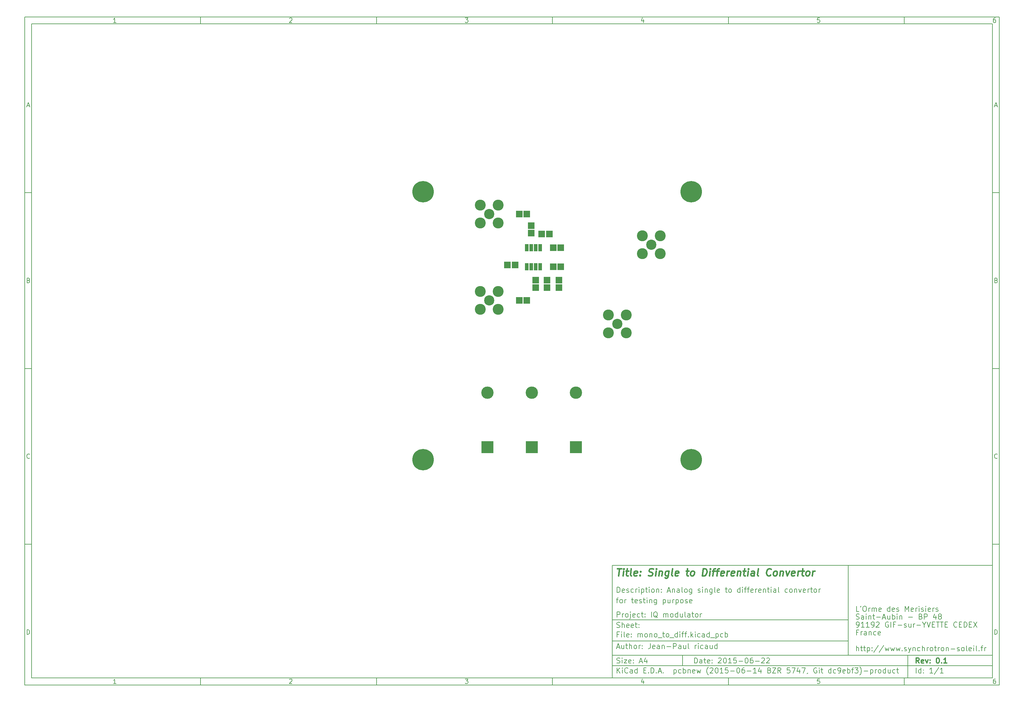
<source format=gbs>
G04 #@! TF.FileFunction,Soldermask,Bot*
%FSLAX46Y46*%
G04 Gerber Fmt 4.6, Leading zero omitted, Abs format (unit mm)*
G04 Created by KiCad (PCBNEW (2015-06-14 BZR 5747, Git dc9ebf3)-product) date 24/06/2015 09:37:51*
%MOMM*%
G01*
G04 APERTURE LIST*
%ADD10C,0.100000*%
%ADD11C,0.150000*%
%ADD12C,0.300000*%
%ADD13C,0.400000*%
%ADD14R,3.507740X3.507740*%
%ADD15C,3.507740*%
%ADD16C,2.908000*%
%ADD17C,3.108000*%
%ADD18C,6.108700*%
%ADD19R,1.905000X1.907540*%
%ADD20R,1.907540X1.905000*%
%ADD21R,1.107440X2.026920*%
G04 APERTURE END LIST*
D10*
D11*
X53812200Y-30117200D02*
X53812200Y-62117200D01*
X161812200Y-62117200D01*
X161812200Y-30117200D01*
X53812200Y-30117200D01*
D10*
D11*
X-113190000Y125890000D02*
X-113190000Y-64117200D01*
X163812200Y-64117200D01*
X163812200Y125890000D01*
X-113190000Y125890000D01*
D10*
D11*
X-111190000Y123890000D02*
X-111190000Y-62117200D01*
X161812200Y-62117200D01*
X161812200Y123890000D01*
X-111190000Y123890000D01*
D10*
D11*
X-63190000Y123890000D02*
X-63190000Y125890000D01*
D10*
D11*
X-13190000Y123890000D02*
X-13190000Y125890000D01*
D10*
D11*
X36810000Y123890000D02*
X36810000Y125890000D01*
D10*
D11*
X86810000Y123890000D02*
X86810000Y125890000D01*
D10*
D11*
X136810000Y123890000D02*
X136810000Y125890000D01*
D10*
D11*
X-87199524Y124301905D02*
X-87942381Y124301905D01*
X-87570952Y124301905D02*
X-87570952Y125601905D01*
X-87694762Y125416190D01*
X-87818571Y125292381D01*
X-87942381Y125230476D01*
D10*
D11*
X-37942381Y125478095D02*
X-37880476Y125540000D01*
X-37756667Y125601905D01*
X-37447143Y125601905D01*
X-37323333Y125540000D01*
X-37261429Y125478095D01*
X-37199524Y125354286D01*
X-37199524Y125230476D01*
X-37261429Y125044762D01*
X-38004286Y124301905D01*
X-37199524Y124301905D01*
D10*
D11*
X11995714Y125601905D02*
X12800476Y125601905D01*
X12367143Y125106667D01*
X12552857Y125106667D01*
X12676667Y125044762D01*
X12738571Y124982857D01*
X12800476Y124859048D01*
X12800476Y124549524D01*
X12738571Y124425714D01*
X12676667Y124363810D01*
X12552857Y124301905D01*
X12181429Y124301905D01*
X12057619Y124363810D01*
X11995714Y124425714D01*
D10*
D11*
X62676667Y125168571D02*
X62676667Y124301905D01*
X62367143Y125663810D02*
X62057619Y124735238D01*
X62862381Y124735238D01*
D10*
D11*
X112738571Y125601905D02*
X112119524Y125601905D01*
X112057619Y124982857D01*
X112119524Y125044762D01*
X112243333Y125106667D01*
X112552857Y125106667D01*
X112676667Y125044762D01*
X112738571Y124982857D01*
X112800476Y124859048D01*
X112800476Y124549524D01*
X112738571Y124425714D01*
X112676667Y124363810D01*
X112552857Y124301905D01*
X112243333Y124301905D01*
X112119524Y124363810D01*
X112057619Y124425714D01*
D10*
D11*
X162676667Y125601905D02*
X162429048Y125601905D01*
X162305238Y125540000D01*
X162243333Y125478095D01*
X162119524Y125292381D01*
X162057619Y125044762D01*
X162057619Y124549524D01*
X162119524Y124425714D01*
X162181429Y124363810D01*
X162305238Y124301905D01*
X162552857Y124301905D01*
X162676667Y124363810D01*
X162738571Y124425714D01*
X162800476Y124549524D01*
X162800476Y124859048D01*
X162738571Y124982857D01*
X162676667Y125044762D01*
X162552857Y125106667D01*
X162305238Y125106667D01*
X162181429Y125044762D01*
X162119524Y124982857D01*
X162057619Y124859048D01*
D10*
D11*
X-63190000Y-62117200D02*
X-63190000Y-64117200D01*
D10*
D11*
X-13190000Y-62117200D02*
X-13190000Y-64117200D01*
D10*
D11*
X36810000Y-62117200D02*
X36810000Y-64117200D01*
D10*
D11*
X86810000Y-62117200D02*
X86810000Y-64117200D01*
D10*
D11*
X136810000Y-62117200D02*
X136810000Y-64117200D01*
D10*
D11*
X-87199524Y-63705295D02*
X-87942381Y-63705295D01*
X-87570952Y-63705295D02*
X-87570952Y-62405295D01*
X-87694762Y-62591010D01*
X-87818571Y-62714819D01*
X-87942381Y-62776724D01*
D10*
D11*
X-37942381Y-62529105D02*
X-37880476Y-62467200D01*
X-37756667Y-62405295D01*
X-37447143Y-62405295D01*
X-37323333Y-62467200D01*
X-37261429Y-62529105D01*
X-37199524Y-62652914D01*
X-37199524Y-62776724D01*
X-37261429Y-62962438D01*
X-38004286Y-63705295D01*
X-37199524Y-63705295D01*
D10*
D11*
X11995714Y-62405295D02*
X12800476Y-62405295D01*
X12367143Y-62900533D01*
X12552857Y-62900533D01*
X12676667Y-62962438D01*
X12738571Y-63024343D01*
X12800476Y-63148152D01*
X12800476Y-63457676D01*
X12738571Y-63581486D01*
X12676667Y-63643390D01*
X12552857Y-63705295D01*
X12181429Y-63705295D01*
X12057619Y-63643390D01*
X11995714Y-63581486D01*
D10*
D11*
X62676667Y-62838629D02*
X62676667Y-63705295D01*
X62367143Y-62343390D02*
X62057619Y-63271962D01*
X62862381Y-63271962D01*
D10*
D11*
X112738571Y-62405295D02*
X112119524Y-62405295D01*
X112057619Y-63024343D01*
X112119524Y-62962438D01*
X112243333Y-62900533D01*
X112552857Y-62900533D01*
X112676667Y-62962438D01*
X112738571Y-63024343D01*
X112800476Y-63148152D01*
X112800476Y-63457676D01*
X112738571Y-63581486D01*
X112676667Y-63643390D01*
X112552857Y-63705295D01*
X112243333Y-63705295D01*
X112119524Y-63643390D01*
X112057619Y-63581486D01*
D10*
D11*
X162676667Y-62405295D02*
X162429048Y-62405295D01*
X162305238Y-62467200D01*
X162243333Y-62529105D01*
X162119524Y-62714819D01*
X162057619Y-62962438D01*
X162057619Y-63457676D01*
X162119524Y-63581486D01*
X162181429Y-63643390D01*
X162305238Y-63705295D01*
X162552857Y-63705295D01*
X162676667Y-63643390D01*
X162738571Y-63581486D01*
X162800476Y-63457676D01*
X162800476Y-63148152D01*
X162738571Y-63024343D01*
X162676667Y-62962438D01*
X162552857Y-62900533D01*
X162305238Y-62900533D01*
X162181429Y-62962438D01*
X162119524Y-63024343D01*
X162057619Y-63148152D01*
D10*
D11*
X-113190000Y75890000D02*
X-111190000Y75890000D01*
D10*
D11*
X-113190000Y25890000D02*
X-111190000Y25890000D01*
D10*
D11*
X-113190000Y-24110000D02*
X-111190000Y-24110000D01*
D10*
D11*
X-112499524Y100673333D02*
X-111880476Y100673333D01*
X-112623333Y100301905D02*
X-112190000Y101601905D01*
X-111756667Y100301905D01*
D10*
D11*
X-112097143Y50982857D02*
X-111911429Y50920952D01*
X-111849524Y50859048D01*
X-111787619Y50735238D01*
X-111787619Y50549524D01*
X-111849524Y50425714D01*
X-111911429Y50363810D01*
X-112035238Y50301905D01*
X-112530476Y50301905D01*
X-112530476Y51601905D01*
X-112097143Y51601905D01*
X-111973333Y51540000D01*
X-111911429Y51478095D01*
X-111849524Y51354286D01*
X-111849524Y51230476D01*
X-111911429Y51106667D01*
X-111973333Y51044762D01*
X-112097143Y50982857D01*
X-112530476Y50982857D01*
D10*
D11*
X-111787619Y425714D02*
X-111849524Y363810D01*
X-112035238Y301905D01*
X-112159048Y301905D01*
X-112344762Y363810D01*
X-112468571Y487619D01*
X-112530476Y611429D01*
X-112592381Y859048D01*
X-112592381Y1044762D01*
X-112530476Y1292381D01*
X-112468571Y1416190D01*
X-112344762Y1540000D01*
X-112159048Y1601905D01*
X-112035238Y1601905D01*
X-111849524Y1540000D01*
X-111787619Y1478095D01*
D10*
D11*
X-112530476Y-49698095D02*
X-112530476Y-48398095D01*
X-112220952Y-48398095D01*
X-112035238Y-48460000D01*
X-111911429Y-48583810D01*
X-111849524Y-48707619D01*
X-111787619Y-48955238D01*
X-111787619Y-49140952D01*
X-111849524Y-49388571D01*
X-111911429Y-49512381D01*
X-112035238Y-49636190D01*
X-112220952Y-49698095D01*
X-112530476Y-49698095D01*
D10*
D11*
X163812200Y75890000D02*
X161812200Y75890000D01*
D10*
D11*
X163812200Y25890000D02*
X161812200Y25890000D01*
D10*
D11*
X163812200Y-24110000D02*
X161812200Y-24110000D01*
D10*
D11*
X162502676Y100673333D02*
X163121724Y100673333D01*
X162378867Y100301905D02*
X162812200Y101601905D01*
X163245533Y100301905D01*
D10*
D11*
X162905057Y50982857D02*
X163090771Y50920952D01*
X163152676Y50859048D01*
X163214581Y50735238D01*
X163214581Y50549524D01*
X163152676Y50425714D01*
X163090771Y50363810D01*
X162966962Y50301905D01*
X162471724Y50301905D01*
X162471724Y51601905D01*
X162905057Y51601905D01*
X163028867Y51540000D01*
X163090771Y51478095D01*
X163152676Y51354286D01*
X163152676Y51230476D01*
X163090771Y51106667D01*
X163028867Y51044762D01*
X162905057Y50982857D01*
X162471724Y50982857D01*
D10*
D11*
X163214581Y425714D02*
X163152676Y363810D01*
X162966962Y301905D01*
X162843152Y301905D01*
X162657438Y363810D01*
X162533629Y487619D01*
X162471724Y611429D01*
X162409819Y859048D01*
X162409819Y1044762D01*
X162471724Y1292381D01*
X162533629Y1416190D01*
X162657438Y1540000D01*
X162843152Y1601905D01*
X162966962Y1601905D01*
X163152676Y1540000D01*
X163214581Y1478095D01*
D10*
D11*
X162471724Y-49698095D02*
X162471724Y-48398095D01*
X162781248Y-48398095D01*
X162966962Y-48460000D01*
X163090771Y-48583810D01*
X163152676Y-48707619D01*
X163214581Y-48955238D01*
X163214581Y-49140952D01*
X163152676Y-49388571D01*
X163090771Y-49512381D01*
X162966962Y-49636190D01*
X162781248Y-49698095D01*
X162471724Y-49698095D01*
D10*
D11*
X77169343Y-57895771D02*
X77169343Y-56395771D01*
X77526486Y-56395771D01*
X77740771Y-56467200D01*
X77883629Y-56610057D01*
X77955057Y-56752914D01*
X78026486Y-57038629D01*
X78026486Y-57252914D01*
X77955057Y-57538629D01*
X77883629Y-57681486D01*
X77740771Y-57824343D01*
X77526486Y-57895771D01*
X77169343Y-57895771D01*
X79312200Y-57895771D02*
X79312200Y-57110057D01*
X79240771Y-56967200D01*
X79097914Y-56895771D01*
X78812200Y-56895771D01*
X78669343Y-56967200D01*
X79312200Y-57824343D02*
X79169343Y-57895771D01*
X78812200Y-57895771D01*
X78669343Y-57824343D01*
X78597914Y-57681486D01*
X78597914Y-57538629D01*
X78669343Y-57395771D01*
X78812200Y-57324343D01*
X79169343Y-57324343D01*
X79312200Y-57252914D01*
X79812200Y-56895771D02*
X80383629Y-56895771D01*
X80026486Y-56395771D02*
X80026486Y-57681486D01*
X80097914Y-57824343D01*
X80240772Y-57895771D01*
X80383629Y-57895771D01*
X81455057Y-57824343D02*
X81312200Y-57895771D01*
X81026486Y-57895771D01*
X80883629Y-57824343D01*
X80812200Y-57681486D01*
X80812200Y-57110057D01*
X80883629Y-56967200D01*
X81026486Y-56895771D01*
X81312200Y-56895771D01*
X81455057Y-56967200D01*
X81526486Y-57110057D01*
X81526486Y-57252914D01*
X80812200Y-57395771D01*
X82169343Y-57752914D02*
X82240771Y-57824343D01*
X82169343Y-57895771D01*
X82097914Y-57824343D01*
X82169343Y-57752914D01*
X82169343Y-57895771D01*
X82169343Y-56967200D02*
X82240771Y-57038629D01*
X82169343Y-57110057D01*
X82097914Y-57038629D01*
X82169343Y-56967200D01*
X82169343Y-57110057D01*
X83955057Y-56538629D02*
X84026486Y-56467200D01*
X84169343Y-56395771D01*
X84526486Y-56395771D01*
X84669343Y-56467200D01*
X84740772Y-56538629D01*
X84812200Y-56681486D01*
X84812200Y-56824343D01*
X84740772Y-57038629D01*
X83883629Y-57895771D01*
X84812200Y-57895771D01*
X85740771Y-56395771D02*
X85883628Y-56395771D01*
X86026485Y-56467200D01*
X86097914Y-56538629D01*
X86169343Y-56681486D01*
X86240771Y-56967200D01*
X86240771Y-57324343D01*
X86169343Y-57610057D01*
X86097914Y-57752914D01*
X86026485Y-57824343D01*
X85883628Y-57895771D01*
X85740771Y-57895771D01*
X85597914Y-57824343D01*
X85526485Y-57752914D01*
X85455057Y-57610057D01*
X85383628Y-57324343D01*
X85383628Y-56967200D01*
X85455057Y-56681486D01*
X85526485Y-56538629D01*
X85597914Y-56467200D01*
X85740771Y-56395771D01*
X87669342Y-57895771D02*
X86812199Y-57895771D01*
X87240771Y-57895771D02*
X87240771Y-56395771D01*
X87097914Y-56610057D01*
X86955056Y-56752914D01*
X86812199Y-56824343D01*
X89026485Y-56395771D02*
X88312199Y-56395771D01*
X88240770Y-57110057D01*
X88312199Y-57038629D01*
X88455056Y-56967200D01*
X88812199Y-56967200D01*
X88955056Y-57038629D01*
X89026485Y-57110057D01*
X89097913Y-57252914D01*
X89097913Y-57610057D01*
X89026485Y-57752914D01*
X88955056Y-57824343D01*
X88812199Y-57895771D01*
X88455056Y-57895771D01*
X88312199Y-57824343D01*
X88240770Y-57752914D01*
X89740770Y-57324343D02*
X90883627Y-57324343D01*
X91883627Y-56395771D02*
X92026484Y-56395771D01*
X92169341Y-56467200D01*
X92240770Y-56538629D01*
X92312199Y-56681486D01*
X92383627Y-56967200D01*
X92383627Y-57324343D01*
X92312199Y-57610057D01*
X92240770Y-57752914D01*
X92169341Y-57824343D01*
X92026484Y-57895771D01*
X91883627Y-57895771D01*
X91740770Y-57824343D01*
X91669341Y-57752914D01*
X91597913Y-57610057D01*
X91526484Y-57324343D01*
X91526484Y-56967200D01*
X91597913Y-56681486D01*
X91669341Y-56538629D01*
X91740770Y-56467200D01*
X91883627Y-56395771D01*
X93669341Y-56395771D02*
X93383627Y-56395771D01*
X93240770Y-56467200D01*
X93169341Y-56538629D01*
X93026484Y-56752914D01*
X92955055Y-57038629D01*
X92955055Y-57610057D01*
X93026484Y-57752914D01*
X93097912Y-57824343D01*
X93240770Y-57895771D01*
X93526484Y-57895771D01*
X93669341Y-57824343D01*
X93740770Y-57752914D01*
X93812198Y-57610057D01*
X93812198Y-57252914D01*
X93740770Y-57110057D01*
X93669341Y-57038629D01*
X93526484Y-56967200D01*
X93240770Y-56967200D01*
X93097912Y-57038629D01*
X93026484Y-57110057D01*
X92955055Y-57252914D01*
X94455055Y-57324343D02*
X95597912Y-57324343D01*
X96240769Y-56538629D02*
X96312198Y-56467200D01*
X96455055Y-56395771D01*
X96812198Y-56395771D01*
X96955055Y-56467200D01*
X97026484Y-56538629D01*
X97097912Y-56681486D01*
X97097912Y-56824343D01*
X97026484Y-57038629D01*
X96169341Y-57895771D01*
X97097912Y-57895771D01*
X97669340Y-56538629D02*
X97740769Y-56467200D01*
X97883626Y-56395771D01*
X98240769Y-56395771D01*
X98383626Y-56467200D01*
X98455055Y-56538629D01*
X98526483Y-56681486D01*
X98526483Y-56824343D01*
X98455055Y-57038629D01*
X97597912Y-57895771D01*
X98526483Y-57895771D01*
D10*
D11*
X53812200Y-58617200D02*
X161812200Y-58617200D01*
D10*
D11*
X55169343Y-60695771D02*
X55169343Y-59195771D01*
X56026486Y-60695771D02*
X55383629Y-59838629D01*
X56026486Y-59195771D02*
X55169343Y-60052914D01*
X56669343Y-60695771D02*
X56669343Y-59695771D01*
X56669343Y-59195771D02*
X56597914Y-59267200D01*
X56669343Y-59338629D01*
X56740771Y-59267200D01*
X56669343Y-59195771D01*
X56669343Y-59338629D01*
X58240772Y-60552914D02*
X58169343Y-60624343D01*
X57955057Y-60695771D01*
X57812200Y-60695771D01*
X57597915Y-60624343D01*
X57455057Y-60481486D01*
X57383629Y-60338629D01*
X57312200Y-60052914D01*
X57312200Y-59838629D01*
X57383629Y-59552914D01*
X57455057Y-59410057D01*
X57597915Y-59267200D01*
X57812200Y-59195771D01*
X57955057Y-59195771D01*
X58169343Y-59267200D01*
X58240772Y-59338629D01*
X59526486Y-60695771D02*
X59526486Y-59910057D01*
X59455057Y-59767200D01*
X59312200Y-59695771D01*
X59026486Y-59695771D01*
X58883629Y-59767200D01*
X59526486Y-60624343D02*
X59383629Y-60695771D01*
X59026486Y-60695771D01*
X58883629Y-60624343D01*
X58812200Y-60481486D01*
X58812200Y-60338629D01*
X58883629Y-60195771D01*
X59026486Y-60124343D01*
X59383629Y-60124343D01*
X59526486Y-60052914D01*
X60883629Y-60695771D02*
X60883629Y-59195771D01*
X60883629Y-60624343D02*
X60740772Y-60695771D01*
X60455058Y-60695771D01*
X60312200Y-60624343D01*
X60240772Y-60552914D01*
X60169343Y-60410057D01*
X60169343Y-59981486D01*
X60240772Y-59838629D01*
X60312200Y-59767200D01*
X60455058Y-59695771D01*
X60740772Y-59695771D01*
X60883629Y-59767200D01*
X62740772Y-59910057D02*
X63240772Y-59910057D01*
X63455058Y-60695771D02*
X62740772Y-60695771D01*
X62740772Y-59195771D01*
X63455058Y-59195771D01*
X64097915Y-60552914D02*
X64169343Y-60624343D01*
X64097915Y-60695771D01*
X64026486Y-60624343D01*
X64097915Y-60552914D01*
X64097915Y-60695771D01*
X64812201Y-60695771D02*
X64812201Y-59195771D01*
X65169344Y-59195771D01*
X65383629Y-59267200D01*
X65526487Y-59410057D01*
X65597915Y-59552914D01*
X65669344Y-59838629D01*
X65669344Y-60052914D01*
X65597915Y-60338629D01*
X65526487Y-60481486D01*
X65383629Y-60624343D01*
X65169344Y-60695771D01*
X64812201Y-60695771D01*
X66312201Y-60552914D02*
X66383629Y-60624343D01*
X66312201Y-60695771D01*
X66240772Y-60624343D01*
X66312201Y-60552914D01*
X66312201Y-60695771D01*
X66955058Y-60267200D02*
X67669344Y-60267200D01*
X66812201Y-60695771D02*
X67312201Y-59195771D01*
X67812201Y-60695771D01*
X68312201Y-60552914D02*
X68383629Y-60624343D01*
X68312201Y-60695771D01*
X68240772Y-60624343D01*
X68312201Y-60552914D01*
X68312201Y-60695771D01*
X71312201Y-59695771D02*
X71312201Y-61195771D01*
X71312201Y-59767200D02*
X71455058Y-59695771D01*
X71740772Y-59695771D01*
X71883629Y-59767200D01*
X71955058Y-59838629D01*
X72026487Y-59981486D01*
X72026487Y-60410057D01*
X71955058Y-60552914D01*
X71883629Y-60624343D01*
X71740772Y-60695771D01*
X71455058Y-60695771D01*
X71312201Y-60624343D01*
X73312201Y-60624343D02*
X73169344Y-60695771D01*
X72883630Y-60695771D01*
X72740772Y-60624343D01*
X72669344Y-60552914D01*
X72597915Y-60410057D01*
X72597915Y-59981486D01*
X72669344Y-59838629D01*
X72740772Y-59767200D01*
X72883630Y-59695771D01*
X73169344Y-59695771D01*
X73312201Y-59767200D01*
X73955058Y-60695771D02*
X73955058Y-59195771D01*
X73955058Y-59767200D02*
X74097915Y-59695771D01*
X74383629Y-59695771D01*
X74526486Y-59767200D01*
X74597915Y-59838629D01*
X74669344Y-59981486D01*
X74669344Y-60410057D01*
X74597915Y-60552914D01*
X74526486Y-60624343D01*
X74383629Y-60695771D01*
X74097915Y-60695771D01*
X73955058Y-60624343D01*
X75312201Y-59695771D02*
X75312201Y-60695771D01*
X75312201Y-59838629D02*
X75383629Y-59767200D01*
X75526487Y-59695771D01*
X75740772Y-59695771D01*
X75883629Y-59767200D01*
X75955058Y-59910057D01*
X75955058Y-60695771D01*
X77240772Y-60624343D02*
X77097915Y-60695771D01*
X76812201Y-60695771D01*
X76669344Y-60624343D01*
X76597915Y-60481486D01*
X76597915Y-59910057D01*
X76669344Y-59767200D01*
X76812201Y-59695771D01*
X77097915Y-59695771D01*
X77240772Y-59767200D01*
X77312201Y-59910057D01*
X77312201Y-60052914D01*
X76597915Y-60195771D01*
X77812201Y-59695771D02*
X78097915Y-60695771D01*
X78383629Y-59981486D01*
X78669344Y-60695771D01*
X78955058Y-59695771D01*
X81097915Y-61267200D02*
X81026487Y-61195771D01*
X80883630Y-60981486D01*
X80812201Y-60838629D01*
X80740772Y-60624343D01*
X80669344Y-60267200D01*
X80669344Y-59981486D01*
X80740772Y-59624343D01*
X80812201Y-59410057D01*
X80883630Y-59267200D01*
X81026487Y-59052914D01*
X81097915Y-58981486D01*
X81597915Y-59338629D02*
X81669344Y-59267200D01*
X81812201Y-59195771D01*
X82169344Y-59195771D01*
X82312201Y-59267200D01*
X82383630Y-59338629D01*
X82455058Y-59481486D01*
X82455058Y-59624343D01*
X82383630Y-59838629D01*
X81526487Y-60695771D01*
X82455058Y-60695771D01*
X83383629Y-59195771D02*
X83526486Y-59195771D01*
X83669343Y-59267200D01*
X83740772Y-59338629D01*
X83812201Y-59481486D01*
X83883629Y-59767200D01*
X83883629Y-60124343D01*
X83812201Y-60410057D01*
X83740772Y-60552914D01*
X83669343Y-60624343D01*
X83526486Y-60695771D01*
X83383629Y-60695771D01*
X83240772Y-60624343D01*
X83169343Y-60552914D01*
X83097915Y-60410057D01*
X83026486Y-60124343D01*
X83026486Y-59767200D01*
X83097915Y-59481486D01*
X83169343Y-59338629D01*
X83240772Y-59267200D01*
X83383629Y-59195771D01*
X85312200Y-60695771D02*
X84455057Y-60695771D01*
X84883629Y-60695771D02*
X84883629Y-59195771D01*
X84740772Y-59410057D01*
X84597914Y-59552914D01*
X84455057Y-59624343D01*
X86669343Y-59195771D02*
X85955057Y-59195771D01*
X85883628Y-59910057D01*
X85955057Y-59838629D01*
X86097914Y-59767200D01*
X86455057Y-59767200D01*
X86597914Y-59838629D01*
X86669343Y-59910057D01*
X86740771Y-60052914D01*
X86740771Y-60410057D01*
X86669343Y-60552914D01*
X86597914Y-60624343D01*
X86455057Y-60695771D01*
X86097914Y-60695771D01*
X85955057Y-60624343D01*
X85883628Y-60552914D01*
X87383628Y-60124343D02*
X88526485Y-60124343D01*
X89526485Y-59195771D02*
X89669342Y-59195771D01*
X89812199Y-59267200D01*
X89883628Y-59338629D01*
X89955057Y-59481486D01*
X90026485Y-59767200D01*
X90026485Y-60124343D01*
X89955057Y-60410057D01*
X89883628Y-60552914D01*
X89812199Y-60624343D01*
X89669342Y-60695771D01*
X89526485Y-60695771D01*
X89383628Y-60624343D01*
X89312199Y-60552914D01*
X89240771Y-60410057D01*
X89169342Y-60124343D01*
X89169342Y-59767200D01*
X89240771Y-59481486D01*
X89312199Y-59338629D01*
X89383628Y-59267200D01*
X89526485Y-59195771D01*
X91312199Y-59195771D02*
X91026485Y-59195771D01*
X90883628Y-59267200D01*
X90812199Y-59338629D01*
X90669342Y-59552914D01*
X90597913Y-59838629D01*
X90597913Y-60410057D01*
X90669342Y-60552914D01*
X90740770Y-60624343D01*
X90883628Y-60695771D01*
X91169342Y-60695771D01*
X91312199Y-60624343D01*
X91383628Y-60552914D01*
X91455056Y-60410057D01*
X91455056Y-60052914D01*
X91383628Y-59910057D01*
X91312199Y-59838629D01*
X91169342Y-59767200D01*
X90883628Y-59767200D01*
X90740770Y-59838629D01*
X90669342Y-59910057D01*
X90597913Y-60052914D01*
X92097913Y-60124343D02*
X93240770Y-60124343D01*
X94740770Y-60695771D02*
X93883627Y-60695771D01*
X94312199Y-60695771D02*
X94312199Y-59195771D01*
X94169342Y-59410057D01*
X94026484Y-59552914D01*
X93883627Y-59624343D01*
X96026484Y-59695771D02*
X96026484Y-60695771D01*
X95669341Y-59124343D02*
X95312198Y-60195771D01*
X96240770Y-60195771D01*
X98455055Y-59910057D02*
X98669341Y-59981486D01*
X98740769Y-60052914D01*
X98812198Y-60195771D01*
X98812198Y-60410057D01*
X98740769Y-60552914D01*
X98669341Y-60624343D01*
X98526483Y-60695771D01*
X97955055Y-60695771D01*
X97955055Y-59195771D01*
X98455055Y-59195771D01*
X98597912Y-59267200D01*
X98669341Y-59338629D01*
X98740769Y-59481486D01*
X98740769Y-59624343D01*
X98669341Y-59767200D01*
X98597912Y-59838629D01*
X98455055Y-59910057D01*
X97955055Y-59910057D01*
X99312198Y-59195771D02*
X100312198Y-59195771D01*
X99312198Y-60695771D01*
X100312198Y-60695771D01*
X101740769Y-60695771D02*
X101240769Y-59981486D01*
X100883626Y-60695771D02*
X100883626Y-59195771D01*
X101455054Y-59195771D01*
X101597912Y-59267200D01*
X101669340Y-59338629D01*
X101740769Y-59481486D01*
X101740769Y-59695771D01*
X101669340Y-59838629D01*
X101597912Y-59910057D01*
X101455054Y-59981486D01*
X100883626Y-59981486D01*
X104240769Y-59195771D02*
X103526483Y-59195771D01*
X103455054Y-59910057D01*
X103526483Y-59838629D01*
X103669340Y-59767200D01*
X104026483Y-59767200D01*
X104169340Y-59838629D01*
X104240769Y-59910057D01*
X104312197Y-60052914D01*
X104312197Y-60410057D01*
X104240769Y-60552914D01*
X104169340Y-60624343D01*
X104026483Y-60695771D01*
X103669340Y-60695771D01*
X103526483Y-60624343D01*
X103455054Y-60552914D01*
X104812197Y-59195771D02*
X105812197Y-59195771D01*
X105169340Y-60695771D01*
X107026482Y-59695771D02*
X107026482Y-60695771D01*
X106669339Y-59124343D02*
X106312196Y-60195771D01*
X107240768Y-60195771D01*
X107669339Y-59195771D02*
X108669339Y-59195771D01*
X108026482Y-60695771D01*
X109312195Y-60624343D02*
X109312195Y-60695771D01*
X109240767Y-60838629D01*
X109169338Y-60910057D01*
X111883624Y-59267200D02*
X111740767Y-59195771D01*
X111526481Y-59195771D01*
X111312196Y-59267200D01*
X111169338Y-59410057D01*
X111097910Y-59552914D01*
X111026481Y-59838629D01*
X111026481Y-60052914D01*
X111097910Y-60338629D01*
X111169338Y-60481486D01*
X111312196Y-60624343D01*
X111526481Y-60695771D01*
X111669338Y-60695771D01*
X111883624Y-60624343D01*
X111955053Y-60552914D01*
X111955053Y-60052914D01*
X111669338Y-60052914D01*
X112597910Y-60695771D02*
X112597910Y-59695771D01*
X112597910Y-59195771D02*
X112526481Y-59267200D01*
X112597910Y-59338629D01*
X112669338Y-59267200D01*
X112597910Y-59195771D01*
X112597910Y-59338629D01*
X113097910Y-59695771D02*
X113669339Y-59695771D01*
X113312196Y-59195771D02*
X113312196Y-60481486D01*
X113383624Y-60624343D01*
X113526482Y-60695771D01*
X113669339Y-60695771D01*
X115955053Y-60695771D02*
X115955053Y-59195771D01*
X115955053Y-60624343D02*
X115812196Y-60695771D01*
X115526482Y-60695771D01*
X115383624Y-60624343D01*
X115312196Y-60552914D01*
X115240767Y-60410057D01*
X115240767Y-59981486D01*
X115312196Y-59838629D01*
X115383624Y-59767200D01*
X115526482Y-59695771D01*
X115812196Y-59695771D01*
X115955053Y-59767200D01*
X117312196Y-60624343D02*
X117169339Y-60695771D01*
X116883625Y-60695771D01*
X116740767Y-60624343D01*
X116669339Y-60552914D01*
X116597910Y-60410057D01*
X116597910Y-59981486D01*
X116669339Y-59838629D01*
X116740767Y-59767200D01*
X116883625Y-59695771D01*
X117169339Y-59695771D01*
X117312196Y-59767200D01*
X118026481Y-60695771D02*
X118312196Y-60695771D01*
X118455053Y-60624343D01*
X118526481Y-60552914D01*
X118669339Y-60338629D01*
X118740767Y-60052914D01*
X118740767Y-59481486D01*
X118669339Y-59338629D01*
X118597910Y-59267200D01*
X118455053Y-59195771D01*
X118169339Y-59195771D01*
X118026481Y-59267200D01*
X117955053Y-59338629D01*
X117883624Y-59481486D01*
X117883624Y-59838629D01*
X117955053Y-59981486D01*
X118026481Y-60052914D01*
X118169339Y-60124343D01*
X118455053Y-60124343D01*
X118597910Y-60052914D01*
X118669339Y-59981486D01*
X118740767Y-59838629D01*
X119955052Y-60624343D02*
X119812195Y-60695771D01*
X119526481Y-60695771D01*
X119383624Y-60624343D01*
X119312195Y-60481486D01*
X119312195Y-59910057D01*
X119383624Y-59767200D01*
X119526481Y-59695771D01*
X119812195Y-59695771D01*
X119955052Y-59767200D01*
X120026481Y-59910057D01*
X120026481Y-60052914D01*
X119312195Y-60195771D01*
X120669338Y-60695771D02*
X120669338Y-59195771D01*
X120669338Y-59767200D02*
X120812195Y-59695771D01*
X121097909Y-59695771D01*
X121240766Y-59767200D01*
X121312195Y-59838629D01*
X121383624Y-59981486D01*
X121383624Y-60410057D01*
X121312195Y-60552914D01*
X121240766Y-60624343D01*
X121097909Y-60695771D01*
X120812195Y-60695771D01*
X120669338Y-60624343D01*
X121812195Y-59695771D02*
X122383624Y-59695771D01*
X122026481Y-60695771D02*
X122026481Y-59410057D01*
X122097909Y-59267200D01*
X122240767Y-59195771D01*
X122383624Y-59195771D01*
X122740767Y-59195771D02*
X123669338Y-59195771D01*
X123169338Y-59767200D01*
X123383624Y-59767200D01*
X123526481Y-59838629D01*
X123597910Y-59910057D01*
X123669338Y-60052914D01*
X123669338Y-60410057D01*
X123597910Y-60552914D01*
X123526481Y-60624343D01*
X123383624Y-60695771D01*
X122955052Y-60695771D01*
X122812195Y-60624343D01*
X122740767Y-60552914D01*
X124169338Y-61267200D02*
X124240766Y-61195771D01*
X124383623Y-60981486D01*
X124455052Y-60838629D01*
X124526481Y-60624343D01*
X124597909Y-60267200D01*
X124597909Y-59981486D01*
X124526481Y-59624343D01*
X124455052Y-59410057D01*
X124383623Y-59267200D01*
X124240766Y-59052914D01*
X124169338Y-58981486D01*
X125312195Y-60124343D02*
X126455052Y-60124343D01*
X127169338Y-59695771D02*
X127169338Y-61195771D01*
X127169338Y-59767200D02*
X127312195Y-59695771D01*
X127597909Y-59695771D01*
X127740766Y-59767200D01*
X127812195Y-59838629D01*
X127883624Y-59981486D01*
X127883624Y-60410057D01*
X127812195Y-60552914D01*
X127740766Y-60624343D01*
X127597909Y-60695771D01*
X127312195Y-60695771D01*
X127169338Y-60624343D01*
X128526481Y-60695771D02*
X128526481Y-59695771D01*
X128526481Y-59981486D02*
X128597909Y-59838629D01*
X128669338Y-59767200D01*
X128812195Y-59695771D01*
X128955052Y-59695771D01*
X129669338Y-60695771D02*
X129526480Y-60624343D01*
X129455052Y-60552914D01*
X129383623Y-60410057D01*
X129383623Y-59981486D01*
X129455052Y-59838629D01*
X129526480Y-59767200D01*
X129669338Y-59695771D01*
X129883623Y-59695771D01*
X130026480Y-59767200D01*
X130097909Y-59838629D01*
X130169338Y-59981486D01*
X130169338Y-60410057D01*
X130097909Y-60552914D01*
X130026480Y-60624343D01*
X129883623Y-60695771D01*
X129669338Y-60695771D01*
X131455052Y-60695771D02*
X131455052Y-59195771D01*
X131455052Y-60624343D02*
X131312195Y-60695771D01*
X131026481Y-60695771D01*
X130883623Y-60624343D01*
X130812195Y-60552914D01*
X130740766Y-60410057D01*
X130740766Y-59981486D01*
X130812195Y-59838629D01*
X130883623Y-59767200D01*
X131026481Y-59695771D01*
X131312195Y-59695771D01*
X131455052Y-59767200D01*
X132812195Y-59695771D02*
X132812195Y-60695771D01*
X132169338Y-59695771D02*
X132169338Y-60481486D01*
X132240766Y-60624343D01*
X132383624Y-60695771D01*
X132597909Y-60695771D01*
X132740766Y-60624343D01*
X132812195Y-60552914D01*
X134169338Y-60624343D02*
X134026481Y-60695771D01*
X133740767Y-60695771D01*
X133597909Y-60624343D01*
X133526481Y-60552914D01*
X133455052Y-60410057D01*
X133455052Y-59981486D01*
X133526481Y-59838629D01*
X133597909Y-59767200D01*
X133740767Y-59695771D01*
X134026481Y-59695771D01*
X134169338Y-59767200D01*
X134597909Y-59695771D02*
X135169338Y-59695771D01*
X134812195Y-59195771D02*
X134812195Y-60481486D01*
X134883623Y-60624343D01*
X135026481Y-60695771D01*
X135169338Y-60695771D01*
D10*
D11*
X53812200Y-55617200D02*
X161812200Y-55617200D01*
D10*
D12*
X141026486Y-57895771D02*
X140526486Y-57181486D01*
X140169343Y-57895771D02*
X140169343Y-56395771D01*
X140740771Y-56395771D01*
X140883629Y-56467200D01*
X140955057Y-56538629D01*
X141026486Y-56681486D01*
X141026486Y-56895771D01*
X140955057Y-57038629D01*
X140883629Y-57110057D01*
X140740771Y-57181486D01*
X140169343Y-57181486D01*
X142240771Y-57824343D02*
X142097914Y-57895771D01*
X141812200Y-57895771D01*
X141669343Y-57824343D01*
X141597914Y-57681486D01*
X141597914Y-57110057D01*
X141669343Y-56967200D01*
X141812200Y-56895771D01*
X142097914Y-56895771D01*
X142240771Y-56967200D01*
X142312200Y-57110057D01*
X142312200Y-57252914D01*
X141597914Y-57395771D01*
X142812200Y-56895771D02*
X143169343Y-57895771D01*
X143526485Y-56895771D01*
X144097914Y-57752914D02*
X144169342Y-57824343D01*
X144097914Y-57895771D01*
X144026485Y-57824343D01*
X144097914Y-57752914D01*
X144097914Y-57895771D01*
X144097914Y-56967200D02*
X144169342Y-57038629D01*
X144097914Y-57110057D01*
X144026485Y-57038629D01*
X144097914Y-56967200D01*
X144097914Y-57110057D01*
X146240771Y-56395771D02*
X146383628Y-56395771D01*
X146526485Y-56467200D01*
X146597914Y-56538629D01*
X146669343Y-56681486D01*
X146740771Y-56967200D01*
X146740771Y-57324343D01*
X146669343Y-57610057D01*
X146597914Y-57752914D01*
X146526485Y-57824343D01*
X146383628Y-57895771D01*
X146240771Y-57895771D01*
X146097914Y-57824343D01*
X146026485Y-57752914D01*
X145955057Y-57610057D01*
X145883628Y-57324343D01*
X145883628Y-56967200D01*
X145955057Y-56681486D01*
X146026485Y-56538629D01*
X146097914Y-56467200D01*
X146240771Y-56395771D01*
X147383628Y-57752914D02*
X147455056Y-57824343D01*
X147383628Y-57895771D01*
X147312199Y-57824343D01*
X147383628Y-57752914D01*
X147383628Y-57895771D01*
X148883628Y-57895771D02*
X148026485Y-57895771D01*
X148455057Y-57895771D02*
X148455057Y-56395771D01*
X148312200Y-56610057D01*
X148169342Y-56752914D01*
X148026485Y-56824343D01*
D10*
D11*
X55097914Y-57824343D02*
X55312200Y-57895771D01*
X55669343Y-57895771D01*
X55812200Y-57824343D01*
X55883629Y-57752914D01*
X55955057Y-57610057D01*
X55955057Y-57467200D01*
X55883629Y-57324343D01*
X55812200Y-57252914D01*
X55669343Y-57181486D01*
X55383629Y-57110057D01*
X55240771Y-57038629D01*
X55169343Y-56967200D01*
X55097914Y-56824343D01*
X55097914Y-56681486D01*
X55169343Y-56538629D01*
X55240771Y-56467200D01*
X55383629Y-56395771D01*
X55740771Y-56395771D01*
X55955057Y-56467200D01*
X56597914Y-57895771D02*
X56597914Y-56895771D01*
X56597914Y-56395771D02*
X56526485Y-56467200D01*
X56597914Y-56538629D01*
X56669342Y-56467200D01*
X56597914Y-56395771D01*
X56597914Y-56538629D01*
X57169343Y-56895771D02*
X57955057Y-56895771D01*
X57169343Y-57895771D01*
X57955057Y-57895771D01*
X59097914Y-57824343D02*
X58955057Y-57895771D01*
X58669343Y-57895771D01*
X58526486Y-57824343D01*
X58455057Y-57681486D01*
X58455057Y-57110057D01*
X58526486Y-56967200D01*
X58669343Y-56895771D01*
X58955057Y-56895771D01*
X59097914Y-56967200D01*
X59169343Y-57110057D01*
X59169343Y-57252914D01*
X58455057Y-57395771D01*
X59812200Y-57752914D02*
X59883628Y-57824343D01*
X59812200Y-57895771D01*
X59740771Y-57824343D01*
X59812200Y-57752914D01*
X59812200Y-57895771D01*
X59812200Y-56967200D02*
X59883628Y-57038629D01*
X59812200Y-57110057D01*
X59740771Y-57038629D01*
X59812200Y-56967200D01*
X59812200Y-57110057D01*
X61597914Y-57467200D02*
X62312200Y-57467200D01*
X61455057Y-57895771D02*
X61955057Y-56395771D01*
X62455057Y-57895771D01*
X63597914Y-56895771D02*
X63597914Y-57895771D01*
X63240771Y-56324343D02*
X62883628Y-57395771D01*
X63812200Y-57395771D01*
D10*
D11*
X140169343Y-60695771D02*
X140169343Y-59195771D01*
X141526486Y-60695771D02*
X141526486Y-59195771D01*
X141526486Y-60624343D02*
X141383629Y-60695771D01*
X141097915Y-60695771D01*
X140955057Y-60624343D01*
X140883629Y-60552914D01*
X140812200Y-60410057D01*
X140812200Y-59981486D01*
X140883629Y-59838629D01*
X140955057Y-59767200D01*
X141097915Y-59695771D01*
X141383629Y-59695771D01*
X141526486Y-59767200D01*
X142240772Y-60552914D02*
X142312200Y-60624343D01*
X142240772Y-60695771D01*
X142169343Y-60624343D01*
X142240772Y-60552914D01*
X142240772Y-60695771D01*
X142240772Y-59767200D02*
X142312200Y-59838629D01*
X142240772Y-59910057D01*
X142169343Y-59838629D01*
X142240772Y-59767200D01*
X142240772Y-59910057D01*
X144883629Y-60695771D02*
X144026486Y-60695771D01*
X144455058Y-60695771D02*
X144455058Y-59195771D01*
X144312201Y-59410057D01*
X144169343Y-59552914D01*
X144026486Y-59624343D01*
X146597914Y-59124343D02*
X145312200Y-61052914D01*
X147883629Y-60695771D02*
X147026486Y-60695771D01*
X147455058Y-60695771D02*
X147455058Y-59195771D01*
X147312201Y-59410057D01*
X147169343Y-59552914D01*
X147026486Y-59624343D01*
D10*
D11*
X163812200Y-64117200D02*
X163812200Y-64117200D01*
D10*
D11*
X53812200Y-51617200D02*
X120812200Y-51617200D01*
D10*
D13*
X55264581Y-31021962D02*
X56407438Y-31021962D01*
X55586010Y-33021962D02*
X55836010Y-31021962D01*
X56824105Y-33021962D02*
X56990771Y-31688629D01*
X57074105Y-31021962D02*
X56966962Y-31117200D01*
X57050295Y-31212438D01*
X57157439Y-31117200D01*
X57074105Y-31021962D01*
X57050295Y-31212438D01*
X57657438Y-31688629D02*
X58419343Y-31688629D01*
X58026486Y-31021962D02*
X57812200Y-32736248D01*
X57883630Y-32926724D01*
X58062201Y-33021962D01*
X58252677Y-33021962D01*
X59205058Y-33021962D02*
X59026487Y-32926724D01*
X58955057Y-32736248D01*
X59169343Y-31021962D01*
X60740772Y-32926724D02*
X60538391Y-33021962D01*
X60157439Y-33021962D01*
X59978867Y-32926724D01*
X59907438Y-32736248D01*
X60002676Y-31974343D01*
X60121724Y-31783867D01*
X60324105Y-31688629D01*
X60705057Y-31688629D01*
X60883629Y-31783867D01*
X60955057Y-31974343D01*
X60931248Y-32164819D01*
X59955057Y-32355295D01*
X61705057Y-32831486D02*
X61788392Y-32926724D01*
X61681248Y-33021962D01*
X61597915Y-32926724D01*
X61705057Y-32831486D01*
X61681248Y-33021962D01*
X61836010Y-31783867D02*
X61919344Y-31879105D01*
X61812200Y-31974343D01*
X61728867Y-31879105D01*
X61836010Y-31783867D01*
X61812200Y-31974343D01*
X64074106Y-32926724D02*
X64347916Y-33021962D01*
X64824106Y-33021962D01*
X65026487Y-32926724D01*
X65133629Y-32831486D01*
X65252678Y-32641010D01*
X65276487Y-32450533D01*
X65205058Y-32260057D01*
X65121725Y-32164819D01*
X64943153Y-32069581D01*
X64574106Y-31974343D01*
X64395535Y-31879105D01*
X64312201Y-31783867D01*
X64240772Y-31593390D01*
X64264582Y-31402914D01*
X64383629Y-31212438D01*
X64490773Y-31117200D01*
X64693154Y-31021962D01*
X65169344Y-31021962D01*
X65443154Y-31117200D01*
X66062201Y-33021962D02*
X66228867Y-31688629D01*
X66312201Y-31021962D02*
X66205058Y-31117200D01*
X66288391Y-31212438D01*
X66395535Y-31117200D01*
X66312201Y-31021962D01*
X66288391Y-31212438D01*
X67181248Y-31688629D02*
X67014582Y-33021962D01*
X67157439Y-31879105D02*
X67264583Y-31783867D01*
X67466963Y-31688629D01*
X67752677Y-31688629D01*
X67931249Y-31783867D01*
X68002677Y-31974343D01*
X67871725Y-33021962D01*
X69847915Y-31688629D02*
X69645534Y-33307676D01*
X69526487Y-33498152D01*
X69419344Y-33593390D01*
X69216963Y-33688629D01*
X68931249Y-33688629D01*
X68752677Y-33593390D01*
X69693154Y-32926724D02*
X69490773Y-33021962D01*
X69109821Y-33021962D01*
X68931250Y-32926724D01*
X68847915Y-32831486D01*
X68776487Y-32641010D01*
X68847915Y-32069581D01*
X68966963Y-31879105D01*
X69074107Y-31783867D01*
X69276487Y-31688629D01*
X69657439Y-31688629D01*
X69836011Y-31783867D01*
X70919345Y-33021962D02*
X70740774Y-32926724D01*
X70669344Y-32736248D01*
X70883630Y-31021962D01*
X72455059Y-32926724D02*
X72252678Y-33021962D01*
X71871726Y-33021962D01*
X71693154Y-32926724D01*
X71621725Y-32736248D01*
X71716963Y-31974343D01*
X71836011Y-31783867D01*
X72038392Y-31688629D01*
X72419344Y-31688629D01*
X72597916Y-31783867D01*
X72669344Y-31974343D01*
X72645535Y-32164819D01*
X71669344Y-32355295D01*
X74800297Y-31688629D02*
X75562202Y-31688629D01*
X75169345Y-31021962D02*
X74955059Y-32736248D01*
X75026489Y-32926724D01*
X75205060Y-33021962D01*
X75395536Y-33021962D01*
X76347917Y-33021962D02*
X76169346Y-32926724D01*
X76086011Y-32831486D01*
X76014583Y-32641010D01*
X76086011Y-32069581D01*
X76205059Y-31879105D01*
X76312203Y-31783867D01*
X76514583Y-31688629D01*
X76800297Y-31688629D01*
X76978869Y-31783867D01*
X77062202Y-31879105D01*
X77133630Y-32069581D01*
X77062202Y-32641010D01*
X76943154Y-32831486D01*
X76836012Y-32926724D01*
X76633631Y-33021962D01*
X76347917Y-33021962D01*
X79395536Y-33021962D02*
X79645536Y-31021962D01*
X80121727Y-31021962D01*
X80395536Y-31117200D01*
X80562203Y-31307676D01*
X80633632Y-31498152D01*
X80681251Y-31879105D01*
X80645537Y-32164819D01*
X80502680Y-32545771D01*
X80383631Y-32736248D01*
X80169346Y-32926724D01*
X79871727Y-33021962D01*
X79395536Y-33021962D01*
X81395536Y-33021962D02*
X81562202Y-31688629D01*
X81645536Y-31021962D02*
X81538393Y-31117200D01*
X81621726Y-31212438D01*
X81728870Y-31117200D01*
X81645536Y-31021962D01*
X81621726Y-31212438D01*
X82228869Y-31688629D02*
X82990774Y-31688629D01*
X82347917Y-33021962D02*
X82562203Y-31307676D01*
X82681251Y-31117200D01*
X82883632Y-31021962D01*
X83074108Y-31021962D01*
X83371726Y-31688629D02*
X84133631Y-31688629D01*
X83490774Y-33021962D02*
X83705060Y-31307676D01*
X83824108Y-31117200D01*
X84026489Y-31021962D01*
X84216965Y-31021962D01*
X85407441Y-32926724D02*
X85205060Y-33021962D01*
X84824108Y-33021962D01*
X84645536Y-32926724D01*
X84574107Y-32736248D01*
X84669345Y-31974343D01*
X84788393Y-31783867D01*
X84990774Y-31688629D01*
X85371726Y-31688629D01*
X85550298Y-31783867D01*
X85621726Y-31974343D01*
X85597917Y-32164819D01*
X84621726Y-32355295D01*
X86347917Y-33021962D02*
X86514583Y-31688629D01*
X86466964Y-32069581D02*
X86586013Y-31879105D01*
X86693156Y-31783867D01*
X86895536Y-31688629D01*
X87086012Y-31688629D01*
X88359822Y-32926724D02*
X88157441Y-33021962D01*
X87776489Y-33021962D01*
X87597917Y-32926724D01*
X87526488Y-32736248D01*
X87621726Y-31974343D01*
X87740774Y-31783867D01*
X87943155Y-31688629D01*
X88324107Y-31688629D01*
X88502679Y-31783867D01*
X88574107Y-31974343D01*
X88550298Y-32164819D01*
X87574107Y-32355295D01*
X89466964Y-31688629D02*
X89300298Y-33021962D01*
X89443155Y-31879105D02*
X89550299Y-31783867D01*
X89752679Y-31688629D01*
X90038393Y-31688629D01*
X90216965Y-31783867D01*
X90288393Y-31974343D01*
X90157441Y-33021962D01*
X90990774Y-31688629D02*
X91752679Y-31688629D01*
X91359822Y-31021962D02*
X91145536Y-32736248D01*
X91216966Y-32926724D01*
X91395537Y-33021962D01*
X91586013Y-33021962D01*
X92252679Y-33021962D02*
X92419345Y-31688629D01*
X92502679Y-31021962D02*
X92395536Y-31117200D01*
X92478869Y-31212438D01*
X92586013Y-31117200D01*
X92502679Y-31021962D01*
X92478869Y-31212438D01*
X94062203Y-33021962D02*
X94193155Y-31974343D01*
X94121727Y-31783867D01*
X93943155Y-31688629D01*
X93562203Y-31688629D01*
X93359822Y-31783867D01*
X94074108Y-32926724D02*
X93871727Y-33021962D01*
X93395537Y-33021962D01*
X93216965Y-32926724D01*
X93145536Y-32736248D01*
X93169346Y-32545771D01*
X93288393Y-32355295D01*
X93490775Y-32260057D01*
X93966965Y-32260057D01*
X94169346Y-32164819D01*
X95300299Y-33021962D02*
X95121728Y-32926724D01*
X95050298Y-32736248D01*
X95264584Y-31021962D01*
X98752680Y-32831486D02*
X98645538Y-32926724D01*
X98347918Y-33021962D01*
X98157442Y-33021962D01*
X97883633Y-32926724D01*
X97716966Y-32736248D01*
X97645537Y-32545771D01*
X97597918Y-32164819D01*
X97633632Y-31879105D01*
X97776489Y-31498152D01*
X97895538Y-31307676D01*
X98109823Y-31117200D01*
X98407442Y-31021962D01*
X98597918Y-31021962D01*
X98871728Y-31117200D01*
X98955061Y-31212438D01*
X99871728Y-33021962D02*
X99693157Y-32926724D01*
X99609822Y-32831486D01*
X99538394Y-32641010D01*
X99609822Y-32069581D01*
X99728870Y-31879105D01*
X99836014Y-31783867D01*
X100038394Y-31688629D01*
X100324108Y-31688629D01*
X100502680Y-31783867D01*
X100586013Y-31879105D01*
X100657441Y-32069581D01*
X100586013Y-32641010D01*
X100466965Y-32831486D01*
X100359823Y-32926724D01*
X100157442Y-33021962D01*
X99871728Y-33021962D01*
X101562203Y-31688629D02*
X101395537Y-33021962D01*
X101538394Y-31879105D02*
X101645538Y-31783867D01*
X101847918Y-31688629D01*
X102133632Y-31688629D01*
X102312204Y-31783867D01*
X102383632Y-31974343D01*
X102252680Y-33021962D01*
X103181251Y-31688629D02*
X103490776Y-33021962D01*
X104133632Y-31688629D01*
X105502681Y-32926724D02*
X105300300Y-33021962D01*
X104919348Y-33021962D01*
X104740776Y-32926724D01*
X104669347Y-32736248D01*
X104764585Y-31974343D01*
X104883633Y-31783867D01*
X105086014Y-31688629D01*
X105466966Y-31688629D01*
X105645538Y-31783867D01*
X105716966Y-31974343D01*
X105693157Y-32164819D01*
X104716966Y-32355295D01*
X106443157Y-33021962D02*
X106609823Y-31688629D01*
X106562204Y-32069581D02*
X106681253Y-31879105D01*
X106788396Y-31783867D01*
X106990776Y-31688629D01*
X107181252Y-31688629D01*
X107562204Y-31688629D02*
X108324109Y-31688629D01*
X107931252Y-31021962D02*
X107716966Y-32736248D01*
X107788396Y-32926724D01*
X107966967Y-33021962D01*
X108157443Y-33021962D01*
X109109824Y-33021962D02*
X108931253Y-32926724D01*
X108847918Y-32831486D01*
X108776490Y-32641010D01*
X108847918Y-32069581D01*
X108966966Y-31879105D01*
X109074110Y-31783867D01*
X109276490Y-31688629D01*
X109562204Y-31688629D01*
X109740776Y-31783867D01*
X109824109Y-31879105D01*
X109895537Y-32069581D01*
X109824109Y-32641010D01*
X109705061Y-32831486D01*
X109597919Y-32926724D01*
X109395538Y-33021962D01*
X109109824Y-33021962D01*
X110633633Y-33021962D02*
X110800299Y-31688629D01*
X110752680Y-32069581D02*
X110871729Y-31879105D01*
X110978872Y-31783867D01*
X111181252Y-31688629D01*
X111371728Y-31688629D01*
D10*
D11*
X55669343Y-49710057D02*
X55169343Y-49710057D01*
X55169343Y-50495771D02*
X55169343Y-48995771D01*
X55883629Y-48995771D01*
X56455057Y-50495771D02*
X56455057Y-49495771D01*
X56455057Y-48995771D02*
X56383628Y-49067200D01*
X56455057Y-49138629D01*
X56526485Y-49067200D01*
X56455057Y-48995771D01*
X56455057Y-49138629D01*
X57383629Y-50495771D02*
X57240771Y-50424343D01*
X57169343Y-50281486D01*
X57169343Y-48995771D01*
X58526485Y-50424343D02*
X58383628Y-50495771D01*
X58097914Y-50495771D01*
X57955057Y-50424343D01*
X57883628Y-50281486D01*
X57883628Y-49710057D01*
X57955057Y-49567200D01*
X58097914Y-49495771D01*
X58383628Y-49495771D01*
X58526485Y-49567200D01*
X58597914Y-49710057D01*
X58597914Y-49852914D01*
X57883628Y-49995771D01*
X59240771Y-50352914D02*
X59312199Y-50424343D01*
X59240771Y-50495771D01*
X59169342Y-50424343D01*
X59240771Y-50352914D01*
X59240771Y-50495771D01*
X59240771Y-49567200D02*
X59312199Y-49638629D01*
X59240771Y-49710057D01*
X59169342Y-49638629D01*
X59240771Y-49567200D01*
X59240771Y-49710057D01*
X61097914Y-50495771D02*
X61097914Y-49495771D01*
X61097914Y-49638629D02*
X61169342Y-49567200D01*
X61312200Y-49495771D01*
X61526485Y-49495771D01*
X61669342Y-49567200D01*
X61740771Y-49710057D01*
X61740771Y-50495771D01*
X61740771Y-49710057D02*
X61812200Y-49567200D01*
X61955057Y-49495771D01*
X62169342Y-49495771D01*
X62312200Y-49567200D01*
X62383628Y-49710057D01*
X62383628Y-50495771D01*
X63312200Y-50495771D02*
X63169342Y-50424343D01*
X63097914Y-50352914D01*
X63026485Y-50210057D01*
X63026485Y-49781486D01*
X63097914Y-49638629D01*
X63169342Y-49567200D01*
X63312200Y-49495771D01*
X63526485Y-49495771D01*
X63669342Y-49567200D01*
X63740771Y-49638629D01*
X63812200Y-49781486D01*
X63812200Y-50210057D01*
X63740771Y-50352914D01*
X63669342Y-50424343D01*
X63526485Y-50495771D01*
X63312200Y-50495771D01*
X64455057Y-49495771D02*
X64455057Y-50495771D01*
X64455057Y-49638629D02*
X64526485Y-49567200D01*
X64669343Y-49495771D01*
X64883628Y-49495771D01*
X65026485Y-49567200D01*
X65097914Y-49710057D01*
X65097914Y-50495771D01*
X66026486Y-50495771D02*
X65883628Y-50424343D01*
X65812200Y-50352914D01*
X65740771Y-50210057D01*
X65740771Y-49781486D01*
X65812200Y-49638629D01*
X65883628Y-49567200D01*
X66026486Y-49495771D01*
X66240771Y-49495771D01*
X66383628Y-49567200D01*
X66455057Y-49638629D01*
X66526486Y-49781486D01*
X66526486Y-50210057D01*
X66455057Y-50352914D01*
X66383628Y-50424343D01*
X66240771Y-50495771D01*
X66026486Y-50495771D01*
X66812200Y-50638629D02*
X67955057Y-50638629D01*
X68097914Y-49495771D02*
X68669343Y-49495771D01*
X68312200Y-48995771D02*
X68312200Y-50281486D01*
X68383628Y-50424343D01*
X68526486Y-50495771D01*
X68669343Y-50495771D01*
X69383629Y-50495771D02*
X69240771Y-50424343D01*
X69169343Y-50352914D01*
X69097914Y-50210057D01*
X69097914Y-49781486D01*
X69169343Y-49638629D01*
X69240771Y-49567200D01*
X69383629Y-49495771D01*
X69597914Y-49495771D01*
X69740771Y-49567200D01*
X69812200Y-49638629D01*
X69883629Y-49781486D01*
X69883629Y-50210057D01*
X69812200Y-50352914D01*
X69740771Y-50424343D01*
X69597914Y-50495771D01*
X69383629Y-50495771D01*
X70169343Y-50638629D02*
X71312200Y-50638629D01*
X72312200Y-50495771D02*
X72312200Y-48995771D01*
X72312200Y-50424343D02*
X72169343Y-50495771D01*
X71883629Y-50495771D01*
X71740771Y-50424343D01*
X71669343Y-50352914D01*
X71597914Y-50210057D01*
X71597914Y-49781486D01*
X71669343Y-49638629D01*
X71740771Y-49567200D01*
X71883629Y-49495771D01*
X72169343Y-49495771D01*
X72312200Y-49567200D01*
X73026486Y-50495771D02*
X73026486Y-49495771D01*
X73026486Y-48995771D02*
X72955057Y-49067200D01*
X73026486Y-49138629D01*
X73097914Y-49067200D01*
X73026486Y-48995771D01*
X73026486Y-49138629D01*
X73526486Y-49495771D02*
X74097915Y-49495771D01*
X73740772Y-50495771D02*
X73740772Y-49210057D01*
X73812200Y-49067200D01*
X73955058Y-48995771D01*
X74097915Y-48995771D01*
X74383629Y-49495771D02*
X74955058Y-49495771D01*
X74597915Y-50495771D02*
X74597915Y-49210057D01*
X74669343Y-49067200D01*
X74812201Y-48995771D01*
X74955058Y-48995771D01*
X75455058Y-50352914D02*
X75526486Y-50424343D01*
X75455058Y-50495771D01*
X75383629Y-50424343D01*
X75455058Y-50352914D01*
X75455058Y-50495771D01*
X76169344Y-50495771D02*
X76169344Y-48995771D01*
X76312201Y-49924343D02*
X76740772Y-50495771D01*
X76740772Y-49495771D02*
X76169344Y-50067200D01*
X77383630Y-50495771D02*
X77383630Y-49495771D01*
X77383630Y-48995771D02*
X77312201Y-49067200D01*
X77383630Y-49138629D01*
X77455058Y-49067200D01*
X77383630Y-48995771D01*
X77383630Y-49138629D01*
X78740773Y-50424343D02*
X78597916Y-50495771D01*
X78312202Y-50495771D01*
X78169344Y-50424343D01*
X78097916Y-50352914D01*
X78026487Y-50210057D01*
X78026487Y-49781486D01*
X78097916Y-49638629D01*
X78169344Y-49567200D01*
X78312202Y-49495771D01*
X78597916Y-49495771D01*
X78740773Y-49567200D01*
X80026487Y-50495771D02*
X80026487Y-49710057D01*
X79955058Y-49567200D01*
X79812201Y-49495771D01*
X79526487Y-49495771D01*
X79383630Y-49567200D01*
X80026487Y-50424343D02*
X79883630Y-50495771D01*
X79526487Y-50495771D01*
X79383630Y-50424343D01*
X79312201Y-50281486D01*
X79312201Y-50138629D01*
X79383630Y-49995771D01*
X79526487Y-49924343D01*
X79883630Y-49924343D01*
X80026487Y-49852914D01*
X81383630Y-50495771D02*
X81383630Y-48995771D01*
X81383630Y-50424343D02*
X81240773Y-50495771D01*
X80955059Y-50495771D01*
X80812201Y-50424343D01*
X80740773Y-50352914D01*
X80669344Y-50210057D01*
X80669344Y-49781486D01*
X80740773Y-49638629D01*
X80812201Y-49567200D01*
X80955059Y-49495771D01*
X81240773Y-49495771D01*
X81383630Y-49567200D01*
X81740773Y-50638629D02*
X82883630Y-50638629D01*
X83240773Y-49495771D02*
X83240773Y-50995771D01*
X83240773Y-49567200D02*
X83383630Y-49495771D01*
X83669344Y-49495771D01*
X83812201Y-49567200D01*
X83883630Y-49638629D01*
X83955059Y-49781486D01*
X83955059Y-50210057D01*
X83883630Y-50352914D01*
X83812201Y-50424343D01*
X83669344Y-50495771D01*
X83383630Y-50495771D01*
X83240773Y-50424343D01*
X85240773Y-50424343D02*
X85097916Y-50495771D01*
X84812202Y-50495771D01*
X84669344Y-50424343D01*
X84597916Y-50352914D01*
X84526487Y-50210057D01*
X84526487Y-49781486D01*
X84597916Y-49638629D01*
X84669344Y-49567200D01*
X84812202Y-49495771D01*
X85097916Y-49495771D01*
X85240773Y-49567200D01*
X85883630Y-50495771D02*
X85883630Y-48995771D01*
X85883630Y-49567200D02*
X86026487Y-49495771D01*
X86312201Y-49495771D01*
X86455058Y-49567200D01*
X86526487Y-49638629D01*
X86597916Y-49781486D01*
X86597916Y-50210057D01*
X86526487Y-50352914D01*
X86455058Y-50424343D01*
X86312201Y-50495771D01*
X86026487Y-50495771D01*
X85883630Y-50424343D01*
D10*
D11*
X53812200Y-45617200D02*
X120812200Y-45617200D01*
D10*
D11*
X55097914Y-47724343D02*
X55312200Y-47795771D01*
X55669343Y-47795771D01*
X55812200Y-47724343D01*
X55883629Y-47652914D01*
X55955057Y-47510057D01*
X55955057Y-47367200D01*
X55883629Y-47224343D01*
X55812200Y-47152914D01*
X55669343Y-47081486D01*
X55383629Y-47010057D01*
X55240771Y-46938629D01*
X55169343Y-46867200D01*
X55097914Y-46724343D01*
X55097914Y-46581486D01*
X55169343Y-46438629D01*
X55240771Y-46367200D01*
X55383629Y-46295771D01*
X55740771Y-46295771D01*
X55955057Y-46367200D01*
X56597914Y-47795771D02*
X56597914Y-46295771D01*
X57240771Y-47795771D02*
X57240771Y-47010057D01*
X57169342Y-46867200D01*
X57026485Y-46795771D01*
X56812200Y-46795771D01*
X56669342Y-46867200D01*
X56597914Y-46938629D01*
X58526485Y-47724343D02*
X58383628Y-47795771D01*
X58097914Y-47795771D01*
X57955057Y-47724343D01*
X57883628Y-47581486D01*
X57883628Y-47010057D01*
X57955057Y-46867200D01*
X58097914Y-46795771D01*
X58383628Y-46795771D01*
X58526485Y-46867200D01*
X58597914Y-47010057D01*
X58597914Y-47152914D01*
X57883628Y-47295771D01*
X59812199Y-47724343D02*
X59669342Y-47795771D01*
X59383628Y-47795771D01*
X59240771Y-47724343D01*
X59169342Y-47581486D01*
X59169342Y-47010057D01*
X59240771Y-46867200D01*
X59383628Y-46795771D01*
X59669342Y-46795771D01*
X59812199Y-46867200D01*
X59883628Y-47010057D01*
X59883628Y-47152914D01*
X59169342Y-47295771D01*
X60312199Y-46795771D02*
X60883628Y-46795771D01*
X60526485Y-46295771D02*
X60526485Y-47581486D01*
X60597913Y-47724343D01*
X60740771Y-47795771D01*
X60883628Y-47795771D01*
X61383628Y-47652914D02*
X61455056Y-47724343D01*
X61383628Y-47795771D01*
X61312199Y-47724343D01*
X61383628Y-47652914D01*
X61383628Y-47795771D01*
X61383628Y-46867200D02*
X61455056Y-46938629D01*
X61383628Y-47010057D01*
X61312199Y-46938629D01*
X61383628Y-46867200D01*
X61383628Y-47010057D01*
D10*
D11*
X55169343Y-37795571D02*
X55169343Y-36295571D01*
X55526486Y-36295571D01*
X55740771Y-36367000D01*
X55883629Y-36509857D01*
X55955057Y-36652714D01*
X56026486Y-36938429D01*
X56026486Y-37152714D01*
X55955057Y-37438429D01*
X55883629Y-37581286D01*
X55740771Y-37724143D01*
X55526486Y-37795571D01*
X55169343Y-37795571D01*
X57240771Y-37724143D02*
X57097914Y-37795571D01*
X56812200Y-37795571D01*
X56669343Y-37724143D01*
X56597914Y-37581286D01*
X56597914Y-37009857D01*
X56669343Y-36867000D01*
X56812200Y-36795571D01*
X57097914Y-36795571D01*
X57240771Y-36867000D01*
X57312200Y-37009857D01*
X57312200Y-37152714D01*
X56597914Y-37295571D01*
X57883628Y-37724143D02*
X58026485Y-37795571D01*
X58312200Y-37795571D01*
X58455057Y-37724143D01*
X58526485Y-37581286D01*
X58526485Y-37509857D01*
X58455057Y-37367000D01*
X58312200Y-37295571D01*
X58097914Y-37295571D01*
X57955057Y-37224143D01*
X57883628Y-37081286D01*
X57883628Y-37009857D01*
X57955057Y-36867000D01*
X58097914Y-36795571D01*
X58312200Y-36795571D01*
X58455057Y-36867000D01*
X59812200Y-37724143D02*
X59669343Y-37795571D01*
X59383629Y-37795571D01*
X59240771Y-37724143D01*
X59169343Y-37652714D01*
X59097914Y-37509857D01*
X59097914Y-37081286D01*
X59169343Y-36938429D01*
X59240771Y-36867000D01*
X59383629Y-36795571D01*
X59669343Y-36795571D01*
X59812200Y-36867000D01*
X60455057Y-37795571D02*
X60455057Y-36795571D01*
X60455057Y-37081286D02*
X60526485Y-36938429D01*
X60597914Y-36867000D01*
X60740771Y-36795571D01*
X60883628Y-36795571D01*
X61383628Y-37795571D02*
X61383628Y-36795571D01*
X61383628Y-36295571D02*
X61312199Y-36367000D01*
X61383628Y-36438429D01*
X61455056Y-36367000D01*
X61383628Y-36295571D01*
X61383628Y-36438429D01*
X62097914Y-36795571D02*
X62097914Y-38295571D01*
X62097914Y-36867000D02*
X62240771Y-36795571D01*
X62526485Y-36795571D01*
X62669342Y-36867000D01*
X62740771Y-36938429D01*
X62812200Y-37081286D01*
X62812200Y-37509857D01*
X62740771Y-37652714D01*
X62669342Y-37724143D01*
X62526485Y-37795571D01*
X62240771Y-37795571D01*
X62097914Y-37724143D01*
X63240771Y-36795571D02*
X63812200Y-36795571D01*
X63455057Y-36295571D02*
X63455057Y-37581286D01*
X63526485Y-37724143D01*
X63669343Y-37795571D01*
X63812200Y-37795571D01*
X64312200Y-37795571D02*
X64312200Y-36795571D01*
X64312200Y-36295571D02*
X64240771Y-36367000D01*
X64312200Y-36438429D01*
X64383628Y-36367000D01*
X64312200Y-36295571D01*
X64312200Y-36438429D01*
X65240772Y-37795571D02*
X65097914Y-37724143D01*
X65026486Y-37652714D01*
X64955057Y-37509857D01*
X64955057Y-37081286D01*
X65026486Y-36938429D01*
X65097914Y-36867000D01*
X65240772Y-36795571D01*
X65455057Y-36795571D01*
X65597914Y-36867000D01*
X65669343Y-36938429D01*
X65740772Y-37081286D01*
X65740772Y-37509857D01*
X65669343Y-37652714D01*
X65597914Y-37724143D01*
X65455057Y-37795571D01*
X65240772Y-37795571D01*
X66383629Y-36795571D02*
X66383629Y-37795571D01*
X66383629Y-36938429D02*
X66455057Y-36867000D01*
X66597915Y-36795571D01*
X66812200Y-36795571D01*
X66955057Y-36867000D01*
X67026486Y-37009857D01*
X67026486Y-37795571D01*
X67740772Y-37652714D02*
X67812200Y-37724143D01*
X67740772Y-37795571D01*
X67669343Y-37724143D01*
X67740772Y-37652714D01*
X67740772Y-37795571D01*
X67740772Y-36867000D02*
X67812200Y-36938429D01*
X67740772Y-37009857D01*
X67669343Y-36938429D01*
X67740772Y-36867000D01*
X67740772Y-37009857D01*
X69526486Y-37367000D02*
X70240772Y-37367000D01*
X69383629Y-37795571D02*
X69883629Y-36295571D01*
X70383629Y-37795571D01*
X70883629Y-36795571D02*
X70883629Y-37795571D01*
X70883629Y-36938429D02*
X70955057Y-36867000D01*
X71097915Y-36795571D01*
X71312200Y-36795571D01*
X71455057Y-36867000D01*
X71526486Y-37009857D01*
X71526486Y-37795571D01*
X72883629Y-37795571D02*
X72883629Y-37009857D01*
X72812200Y-36867000D01*
X72669343Y-36795571D01*
X72383629Y-36795571D01*
X72240772Y-36867000D01*
X72883629Y-37724143D02*
X72740772Y-37795571D01*
X72383629Y-37795571D01*
X72240772Y-37724143D01*
X72169343Y-37581286D01*
X72169343Y-37438429D01*
X72240772Y-37295571D01*
X72383629Y-37224143D01*
X72740772Y-37224143D01*
X72883629Y-37152714D01*
X73812201Y-37795571D02*
X73669343Y-37724143D01*
X73597915Y-37581286D01*
X73597915Y-36295571D01*
X74597915Y-37795571D02*
X74455057Y-37724143D01*
X74383629Y-37652714D01*
X74312200Y-37509857D01*
X74312200Y-37081286D01*
X74383629Y-36938429D01*
X74455057Y-36867000D01*
X74597915Y-36795571D01*
X74812200Y-36795571D01*
X74955057Y-36867000D01*
X75026486Y-36938429D01*
X75097915Y-37081286D01*
X75097915Y-37509857D01*
X75026486Y-37652714D01*
X74955057Y-37724143D01*
X74812200Y-37795571D01*
X74597915Y-37795571D01*
X76383629Y-36795571D02*
X76383629Y-38009857D01*
X76312200Y-38152714D01*
X76240772Y-38224143D01*
X76097915Y-38295571D01*
X75883629Y-38295571D01*
X75740772Y-38224143D01*
X76383629Y-37724143D02*
X76240772Y-37795571D01*
X75955058Y-37795571D01*
X75812200Y-37724143D01*
X75740772Y-37652714D01*
X75669343Y-37509857D01*
X75669343Y-37081286D01*
X75740772Y-36938429D01*
X75812200Y-36867000D01*
X75955058Y-36795571D01*
X76240772Y-36795571D01*
X76383629Y-36867000D01*
X78169343Y-37724143D02*
X78312200Y-37795571D01*
X78597915Y-37795571D01*
X78740772Y-37724143D01*
X78812200Y-37581286D01*
X78812200Y-37509857D01*
X78740772Y-37367000D01*
X78597915Y-37295571D01*
X78383629Y-37295571D01*
X78240772Y-37224143D01*
X78169343Y-37081286D01*
X78169343Y-37009857D01*
X78240772Y-36867000D01*
X78383629Y-36795571D01*
X78597915Y-36795571D01*
X78740772Y-36867000D01*
X79455058Y-37795571D02*
X79455058Y-36795571D01*
X79455058Y-36295571D02*
X79383629Y-36367000D01*
X79455058Y-36438429D01*
X79526486Y-36367000D01*
X79455058Y-36295571D01*
X79455058Y-36438429D01*
X80169344Y-36795571D02*
X80169344Y-37795571D01*
X80169344Y-36938429D02*
X80240772Y-36867000D01*
X80383630Y-36795571D01*
X80597915Y-36795571D01*
X80740772Y-36867000D01*
X80812201Y-37009857D01*
X80812201Y-37795571D01*
X82169344Y-36795571D02*
X82169344Y-38009857D01*
X82097915Y-38152714D01*
X82026487Y-38224143D01*
X81883630Y-38295571D01*
X81669344Y-38295571D01*
X81526487Y-38224143D01*
X82169344Y-37724143D02*
X82026487Y-37795571D01*
X81740773Y-37795571D01*
X81597915Y-37724143D01*
X81526487Y-37652714D01*
X81455058Y-37509857D01*
X81455058Y-37081286D01*
X81526487Y-36938429D01*
X81597915Y-36867000D01*
X81740773Y-36795571D01*
X82026487Y-36795571D01*
X82169344Y-36867000D01*
X83097916Y-37795571D02*
X82955058Y-37724143D01*
X82883630Y-37581286D01*
X82883630Y-36295571D01*
X84240772Y-37724143D02*
X84097915Y-37795571D01*
X83812201Y-37795571D01*
X83669344Y-37724143D01*
X83597915Y-37581286D01*
X83597915Y-37009857D01*
X83669344Y-36867000D01*
X83812201Y-36795571D01*
X84097915Y-36795571D01*
X84240772Y-36867000D01*
X84312201Y-37009857D01*
X84312201Y-37152714D01*
X83597915Y-37295571D01*
X85883629Y-36795571D02*
X86455058Y-36795571D01*
X86097915Y-36295571D02*
X86097915Y-37581286D01*
X86169343Y-37724143D01*
X86312201Y-37795571D01*
X86455058Y-37795571D01*
X87169344Y-37795571D02*
X87026486Y-37724143D01*
X86955058Y-37652714D01*
X86883629Y-37509857D01*
X86883629Y-37081286D01*
X86955058Y-36938429D01*
X87026486Y-36867000D01*
X87169344Y-36795571D01*
X87383629Y-36795571D01*
X87526486Y-36867000D01*
X87597915Y-36938429D01*
X87669344Y-37081286D01*
X87669344Y-37509857D01*
X87597915Y-37652714D01*
X87526486Y-37724143D01*
X87383629Y-37795571D01*
X87169344Y-37795571D01*
X90097915Y-37795571D02*
X90097915Y-36295571D01*
X90097915Y-37724143D02*
X89955058Y-37795571D01*
X89669344Y-37795571D01*
X89526486Y-37724143D01*
X89455058Y-37652714D01*
X89383629Y-37509857D01*
X89383629Y-37081286D01*
X89455058Y-36938429D01*
X89526486Y-36867000D01*
X89669344Y-36795571D01*
X89955058Y-36795571D01*
X90097915Y-36867000D01*
X90812201Y-37795571D02*
X90812201Y-36795571D01*
X90812201Y-36295571D02*
X90740772Y-36367000D01*
X90812201Y-36438429D01*
X90883629Y-36367000D01*
X90812201Y-36295571D01*
X90812201Y-36438429D01*
X91312201Y-36795571D02*
X91883630Y-36795571D01*
X91526487Y-37795571D02*
X91526487Y-36509857D01*
X91597915Y-36367000D01*
X91740773Y-36295571D01*
X91883630Y-36295571D01*
X92169344Y-36795571D02*
X92740773Y-36795571D01*
X92383630Y-37795571D02*
X92383630Y-36509857D01*
X92455058Y-36367000D01*
X92597916Y-36295571D01*
X92740773Y-36295571D01*
X93812201Y-37724143D02*
X93669344Y-37795571D01*
X93383630Y-37795571D01*
X93240773Y-37724143D01*
X93169344Y-37581286D01*
X93169344Y-37009857D01*
X93240773Y-36867000D01*
X93383630Y-36795571D01*
X93669344Y-36795571D01*
X93812201Y-36867000D01*
X93883630Y-37009857D01*
X93883630Y-37152714D01*
X93169344Y-37295571D01*
X94526487Y-37795571D02*
X94526487Y-36795571D01*
X94526487Y-37081286D02*
X94597915Y-36938429D01*
X94669344Y-36867000D01*
X94812201Y-36795571D01*
X94955058Y-36795571D01*
X96026486Y-37724143D02*
X95883629Y-37795571D01*
X95597915Y-37795571D01*
X95455058Y-37724143D01*
X95383629Y-37581286D01*
X95383629Y-37009857D01*
X95455058Y-36867000D01*
X95597915Y-36795571D01*
X95883629Y-36795571D01*
X96026486Y-36867000D01*
X96097915Y-37009857D01*
X96097915Y-37152714D01*
X95383629Y-37295571D01*
X96740772Y-36795571D02*
X96740772Y-37795571D01*
X96740772Y-36938429D02*
X96812200Y-36867000D01*
X96955058Y-36795571D01*
X97169343Y-36795571D01*
X97312200Y-36867000D01*
X97383629Y-37009857D01*
X97383629Y-37795571D01*
X97883629Y-36795571D02*
X98455058Y-36795571D01*
X98097915Y-36295571D02*
X98097915Y-37581286D01*
X98169343Y-37724143D01*
X98312201Y-37795571D01*
X98455058Y-37795571D01*
X98955058Y-37795571D02*
X98955058Y-36795571D01*
X98955058Y-36295571D02*
X98883629Y-36367000D01*
X98955058Y-36438429D01*
X99026486Y-36367000D01*
X98955058Y-36295571D01*
X98955058Y-36438429D01*
X100312201Y-37795571D02*
X100312201Y-37009857D01*
X100240772Y-36867000D01*
X100097915Y-36795571D01*
X99812201Y-36795571D01*
X99669344Y-36867000D01*
X100312201Y-37724143D02*
X100169344Y-37795571D01*
X99812201Y-37795571D01*
X99669344Y-37724143D01*
X99597915Y-37581286D01*
X99597915Y-37438429D01*
X99669344Y-37295571D01*
X99812201Y-37224143D01*
X100169344Y-37224143D01*
X100312201Y-37152714D01*
X101240773Y-37795571D02*
X101097915Y-37724143D01*
X101026487Y-37581286D01*
X101026487Y-36295571D01*
X103597915Y-37724143D02*
X103455058Y-37795571D01*
X103169344Y-37795571D01*
X103026486Y-37724143D01*
X102955058Y-37652714D01*
X102883629Y-37509857D01*
X102883629Y-37081286D01*
X102955058Y-36938429D01*
X103026486Y-36867000D01*
X103169344Y-36795571D01*
X103455058Y-36795571D01*
X103597915Y-36867000D01*
X104455058Y-37795571D02*
X104312200Y-37724143D01*
X104240772Y-37652714D01*
X104169343Y-37509857D01*
X104169343Y-37081286D01*
X104240772Y-36938429D01*
X104312200Y-36867000D01*
X104455058Y-36795571D01*
X104669343Y-36795571D01*
X104812200Y-36867000D01*
X104883629Y-36938429D01*
X104955058Y-37081286D01*
X104955058Y-37509857D01*
X104883629Y-37652714D01*
X104812200Y-37724143D01*
X104669343Y-37795571D01*
X104455058Y-37795571D01*
X105597915Y-36795571D02*
X105597915Y-37795571D01*
X105597915Y-36938429D02*
X105669343Y-36867000D01*
X105812201Y-36795571D01*
X106026486Y-36795571D01*
X106169343Y-36867000D01*
X106240772Y-37009857D01*
X106240772Y-37795571D01*
X106812201Y-36795571D02*
X107169344Y-37795571D01*
X107526486Y-36795571D01*
X108669343Y-37724143D02*
X108526486Y-37795571D01*
X108240772Y-37795571D01*
X108097915Y-37724143D01*
X108026486Y-37581286D01*
X108026486Y-37009857D01*
X108097915Y-36867000D01*
X108240772Y-36795571D01*
X108526486Y-36795571D01*
X108669343Y-36867000D01*
X108740772Y-37009857D01*
X108740772Y-37152714D01*
X108026486Y-37295571D01*
X109383629Y-37795571D02*
X109383629Y-36795571D01*
X109383629Y-37081286D02*
X109455057Y-36938429D01*
X109526486Y-36867000D01*
X109669343Y-36795571D01*
X109812200Y-36795571D01*
X110097914Y-36795571D02*
X110669343Y-36795571D01*
X110312200Y-36295571D02*
X110312200Y-37581286D01*
X110383628Y-37724143D01*
X110526486Y-37795571D01*
X110669343Y-37795571D01*
X111383629Y-37795571D02*
X111240771Y-37724143D01*
X111169343Y-37652714D01*
X111097914Y-37509857D01*
X111097914Y-37081286D01*
X111169343Y-36938429D01*
X111240771Y-36867000D01*
X111383629Y-36795571D01*
X111597914Y-36795571D01*
X111740771Y-36867000D01*
X111812200Y-36938429D01*
X111883629Y-37081286D01*
X111883629Y-37509857D01*
X111812200Y-37652714D01*
X111740771Y-37724143D01*
X111597914Y-37795571D01*
X111383629Y-37795571D01*
X112526486Y-37795571D02*
X112526486Y-36795571D01*
X112526486Y-37081286D02*
X112597914Y-36938429D01*
X112669343Y-36867000D01*
X112812200Y-36795571D01*
X112955057Y-36795571D01*
D10*
D11*
X55169343Y-44795771D02*
X55169343Y-43295771D01*
X55740771Y-43295771D01*
X55883629Y-43367200D01*
X55955057Y-43438629D01*
X56026486Y-43581486D01*
X56026486Y-43795771D01*
X55955057Y-43938629D01*
X55883629Y-44010057D01*
X55740771Y-44081486D01*
X55169343Y-44081486D01*
X56669343Y-44795771D02*
X56669343Y-43795771D01*
X56669343Y-44081486D02*
X56740771Y-43938629D01*
X56812200Y-43867200D01*
X56955057Y-43795771D01*
X57097914Y-43795771D01*
X57812200Y-44795771D02*
X57669342Y-44724343D01*
X57597914Y-44652914D01*
X57526485Y-44510057D01*
X57526485Y-44081486D01*
X57597914Y-43938629D01*
X57669342Y-43867200D01*
X57812200Y-43795771D01*
X58026485Y-43795771D01*
X58169342Y-43867200D01*
X58240771Y-43938629D01*
X58312200Y-44081486D01*
X58312200Y-44510057D01*
X58240771Y-44652914D01*
X58169342Y-44724343D01*
X58026485Y-44795771D01*
X57812200Y-44795771D01*
X58955057Y-43795771D02*
X58955057Y-45081486D01*
X58883628Y-45224343D01*
X58740771Y-45295771D01*
X58669343Y-45295771D01*
X58955057Y-43295771D02*
X58883628Y-43367200D01*
X58955057Y-43438629D01*
X59026485Y-43367200D01*
X58955057Y-43295771D01*
X58955057Y-43438629D01*
X60240771Y-44724343D02*
X60097914Y-44795771D01*
X59812200Y-44795771D01*
X59669343Y-44724343D01*
X59597914Y-44581486D01*
X59597914Y-44010057D01*
X59669343Y-43867200D01*
X59812200Y-43795771D01*
X60097914Y-43795771D01*
X60240771Y-43867200D01*
X60312200Y-44010057D01*
X60312200Y-44152914D01*
X59597914Y-44295771D01*
X61597914Y-44724343D02*
X61455057Y-44795771D01*
X61169343Y-44795771D01*
X61026485Y-44724343D01*
X60955057Y-44652914D01*
X60883628Y-44510057D01*
X60883628Y-44081486D01*
X60955057Y-43938629D01*
X61026485Y-43867200D01*
X61169343Y-43795771D01*
X61455057Y-43795771D01*
X61597914Y-43867200D01*
X62026485Y-43795771D02*
X62597914Y-43795771D01*
X62240771Y-43295771D02*
X62240771Y-44581486D01*
X62312199Y-44724343D01*
X62455057Y-44795771D01*
X62597914Y-44795771D01*
X63097914Y-44652914D02*
X63169342Y-44724343D01*
X63097914Y-44795771D01*
X63026485Y-44724343D01*
X63097914Y-44652914D01*
X63097914Y-44795771D01*
X63097914Y-43867200D02*
X63169342Y-43938629D01*
X63097914Y-44010057D01*
X63026485Y-43938629D01*
X63097914Y-43867200D01*
X63097914Y-44010057D01*
X64955057Y-44795771D02*
X64955057Y-43295771D01*
X66669343Y-44938629D02*
X66526486Y-44867200D01*
X66383629Y-44724343D01*
X66169343Y-44510057D01*
X66026486Y-44438629D01*
X65883629Y-44438629D01*
X65955057Y-44795771D02*
X65812200Y-44724343D01*
X65669343Y-44581486D01*
X65597914Y-44295771D01*
X65597914Y-43795771D01*
X65669343Y-43510057D01*
X65812200Y-43367200D01*
X65955057Y-43295771D01*
X66240771Y-43295771D01*
X66383629Y-43367200D01*
X66526486Y-43510057D01*
X66597914Y-43795771D01*
X66597914Y-44295771D01*
X66526486Y-44581486D01*
X66383629Y-44724343D01*
X66240771Y-44795771D01*
X65955057Y-44795771D01*
X68383629Y-44795771D02*
X68383629Y-43795771D01*
X68383629Y-43938629D02*
X68455057Y-43867200D01*
X68597915Y-43795771D01*
X68812200Y-43795771D01*
X68955057Y-43867200D01*
X69026486Y-44010057D01*
X69026486Y-44795771D01*
X69026486Y-44010057D02*
X69097915Y-43867200D01*
X69240772Y-43795771D01*
X69455057Y-43795771D01*
X69597915Y-43867200D01*
X69669343Y-44010057D01*
X69669343Y-44795771D01*
X70597915Y-44795771D02*
X70455057Y-44724343D01*
X70383629Y-44652914D01*
X70312200Y-44510057D01*
X70312200Y-44081486D01*
X70383629Y-43938629D01*
X70455057Y-43867200D01*
X70597915Y-43795771D01*
X70812200Y-43795771D01*
X70955057Y-43867200D01*
X71026486Y-43938629D01*
X71097915Y-44081486D01*
X71097915Y-44510057D01*
X71026486Y-44652914D01*
X70955057Y-44724343D01*
X70812200Y-44795771D01*
X70597915Y-44795771D01*
X72383629Y-44795771D02*
X72383629Y-43295771D01*
X72383629Y-44724343D02*
X72240772Y-44795771D01*
X71955058Y-44795771D01*
X71812200Y-44724343D01*
X71740772Y-44652914D01*
X71669343Y-44510057D01*
X71669343Y-44081486D01*
X71740772Y-43938629D01*
X71812200Y-43867200D01*
X71955058Y-43795771D01*
X72240772Y-43795771D01*
X72383629Y-43867200D01*
X73740772Y-43795771D02*
X73740772Y-44795771D01*
X73097915Y-43795771D02*
X73097915Y-44581486D01*
X73169343Y-44724343D01*
X73312201Y-44795771D01*
X73526486Y-44795771D01*
X73669343Y-44724343D01*
X73740772Y-44652914D01*
X74669344Y-44795771D02*
X74526486Y-44724343D01*
X74455058Y-44581486D01*
X74455058Y-43295771D01*
X75883629Y-44795771D02*
X75883629Y-44010057D01*
X75812200Y-43867200D01*
X75669343Y-43795771D01*
X75383629Y-43795771D01*
X75240772Y-43867200D01*
X75883629Y-44724343D02*
X75740772Y-44795771D01*
X75383629Y-44795771D01*
X75240772Y-44724343D01*
X75169343Y-44581486D01*
X75169343Y-44438629D01*
X75240772Y-44295771D01*
X75383629Y-44224343D01*
X75740772Y-44224343D01*
X75883629Y-44152914D01*
X76383629Y-43795771D02*
X76955058Y-43795771D01*
X76597915Y-43295771D02*
X76597915Y-44581486D01*
X76669343Y-44724343D01*
X76812201Y-44795771D01*
X76955058Y-44795771D01*
X77669344Y-44795771D02*
X77526486Y-44724343D01*
X77455058Y-44652914D01*
X77383629Y-44510057D01*
X77383629Y-44081486D01*
X77455058Y-43938629D01*
X77526486Y-43867200D01*
X77669344Y-43795771D01*
X77883629Y-43795771D01*
X78026486Y-43867200D01*
X78097915Y-43938629D01*
X78169344Y-44081486D01*
X78169344Y-44510057D01*
X78097915Y-44652914D01*
X78026486Y-44724343D01*
X77883629Y-44795771D01*
X77669344Y-44795771D01*
X78812201Y-44795771D02*
X78812201Y-43795771D01*
X78812201Y-44081486D02*
X78883629Y-43938629D01*
X78955058Y-43867200D01*
X79097915Y-43795771D01*
X79240772Y-43795771D01*
D10*
D11*
X55097914Y-53367200D02*
X55812200Y-53367200D01*
X54955057Y-53795771D02*
X55455057Y-52295771D01*
X55955057Y-53795771D01*
X57097914Y-52795771D02*
X57097914Y-53795771D01*
X56455057Y-52795771D02*
X56455057Y-53581486D01*
X56526485Y-53724343D01*
X56669343Y-53795771D01*
X56883628Y-53795771D01*
X57026485Y-53724343D01*
X57097914Y-53652914D01*
X57597914Y-52795771D02*
X58169343Y-52795771D01*
X57812200Y-52295771D02*
X57812200Y-53581486D01*
X57883628Y-53724343D01*
X58026486Y-53795771D01*
X58169343Y-53795771D01*
X58669343Y-53795771D02*
X58669343Y-52295771D01*
X59312200Y-53795771D02*
X59312200Y-53010057D01*
X59240771Y-52867200D01*
X59097914Y-52795771D01*
X58883629Y-52795771D01*
X58740771Y-52867200D01*
X58669343Y-52938629D01*
X60240772Y-53795771D02*
X60097914Y-53724343D01*
X60026486Y-53652914D01*
X59955057Y-53510057D01*
X59955057Y-53081486D01*
X60026486Y-52938629D01*
X60097914Y-52867200D01*
X60240772Y-52795771D01*
X60455057Y-52795771D01*
X60597914Y-52867200D01*
X60669343Y-52938629D01*
X60740772Y-53081486D01*
X60740772Y-53510057D01*
X60669343Y-53652914D01*
X60597914Y-53724343D01*
X60455057Y-53795771D01*
X60240772Y-53795771D01*
X61383629Y-53795771D02*
X61383629Y-52795771D01*
X61383629Y-53081486D02*
X61455057Y-52938629D01*
X61526486Y-52867200D01*
X61669343Y-52795771D01*
X61812200Y-52795771D01*
X62312200Y-53652914D02*
X62383628Y-53724343D01*
X62312200Y-53795771D01*
X62240771Y-53724343D01*
X62312200Y-53652914D01*
X62312200Y-53795771D01*
X62312200Y-52867200D02*
X62383628Y-52938629D01*
X62312200Y-53010057D01*
X62240771Y-52938629D01*
X62312200Y-52867200D01*
X62312200Y-53010057D01*
X64597914Y-52295771D02*
X64597914Y-53367200D01*
X64526486Y-53581486D01*
X64383629Y-53724343D01*
X64169343Y-53795771D01*
X64026486Y-53795771D01*
X65883628Y-53724343D02*
X65740771Y-53795771D01*
X65455057Y-53795771D01*
X65312200Y-53724343D01*
X65240771Y-53581486D01*
X65240771Y-53010057D01*
X65312200Y-52867200D01*
X65455057Y-52795771D01*
X65740771Y-52795771D01*
X65883628Y-52867200D01*
X65955057Y-53010057D01*
X65955057Y-53152914D01*
X65240771Y-53295771D01*
X67240771Y-53795771D02*
X67240771Y-53010057D01*
X67169342Y-52867200D01*
X67026485Y-52795771D01*
X66740771Y-52795771D01*
X66597914Y-52867200D01*
X67240771Y-53724343D02*
X67097914Y-53795771D01*
X66740771Y-53795771D01*
X66597914Y-53724343D01*
X66526485Y-53581486D01*
X66526485Y-53438629D01*
X66597914Y-53295771D01*
X66740771Y-53224343D01*
X67097914Y-53224343D01*
X67240771Y-53152914D01*
X67955057Y-52795771D02*
X67955057Y-53795771D01*
X67955057Y-52938629D02*
X68026485Y-52867200D01*
X68169343Y-52795771D01*
X68383628Y-52795771D01*
X68526485Y-52867200D01*
X68597914Y-53010057D01*
X68597914Y-53795771D01*
X69312200Y-53224343D02*
X70455057Y-53224343D01*
X71169343Y-53795771D02*
X71169343Y-52295771D01*
X71740771Y-52295771D01*
X71883629Y-52367200D01*
X71955057Y-52438629D01*
X72026486Y-52581486D01*
X72026486Y-52795771D01*
X71955057Y-52938629D01*
X71883629Y-53010057D01*
X71740771Y-53081486D01*
X71169343Y-53081486D01*
X73312200Y-53795771D02*
X73312200Y-53010057D01*
X73240771Y-52867200D01*
X73097914Y-52795771D01*
X72812200Y-52795771D01*
X72669343Y-52867200D01*
X73312200Y-53724343D02*
X73169343Y-53795771D01*
X72812200Y-53795771D01*
X72669343Y-53724343D01*
X72597914Y-53581486D01*
X72597914Y-53438629D01*
X72669343Y-53295771D01*
X72812200Y-53224343D01*
X73169343Y-53224343D01*
X73312200Y-53152914D01*
X74669343Y-52795771D02*
X74669343Y-53795771D01*
X74026486Y-52795771D02*
X74026486Y-53581486D01*
X74097914Y-53724343D01*
X74240772Y-53795771D01*
X74455057Y-53795771D01*
X74597914Y-53724343D01*
X74669343Y-53652914D01*
X75597915Y-53795771D02*
X75455057Y-53724343D01*
X75383629Y-53581486D01*
X75383629Y-52295771D01*
X77312200Y-53795771D02*
X77312200Y-52795771D01*
X77312200Y-53081486D02*
X77383628Y-52938629D01*
X77455057Y-52867200D01*
X77597914Y-52795771D01*
X77740771Y-52795771D01*
X78240771Y-53795771D02*
X78240771Y-52795771D01*
X78240771Y-52295771D02*
X78169342Y-52367200D01*
X78240771Y-52438629D01*
X78312199Y-52367200D01*
X78240771Y-52295771D01*
X78240771Y-52438629D01*
X79597914Y-53724343D02*
X79455057Y-53795771D01*
X79169343Y-53795771D01*
X79026485Y-53724343D01*
X78955057Y-53652914D01*
X78883628Y-53510057D01*
X78883628Y-53081486D01*
X78955057Y-52938629D01*
X79026485Y-52867200D01*
X79169343Y-52795771D01*
X79455057Y-52795771D01*
X79597914Y-52867200D01*
X80883628Y-53795771D02*
X80883628Y-53010057D01*
X80812199Y-52867200D01*
X80669342Y-52795771D01*
X80383628Y-52795771D01*
X80240771Y-52867200D01*
X80883628Y-53724343D02*
X80740771Y-53795771D01*
X80383628Y-53795771D01*
X80240771Y-53724343D01*
X80169342Y-53581486D01*
X80169342Y-53438629D01*
X80240771Y-53295771D01*
X80383628Y-53224343D01*
X80740771Y-53224343D01*
X80883628Y-53152914D01*
X82240771Y-52795771D02*
X82240771Y-53795771D01*
X81597914Y-52795771D02*
X81597914Y-53581486D01*
X81669342Y-53724343D01*
X81812200Y-53795771D01*
X82026485Y-53795771D01*
X82169342Y-53724343D01*
X82240771Y-53652914D01*
X83597914Y-53795771D02*
X83597914Y-52295771D01*
X83597914Y-53724343D02*
X83455057Y-53795771D01*
X83169343Y-53795771D01*
X83026485Y-53724343D01*
X82955057Y-53652914D01*
X82883628Y-53510057D01*
X82883628Y-53081486D01*
X82955057Y-52938629D01*
X83026485Y-52867200D01*
X83169343Y-52795771D01*
X83455057Y-52795771D01*
X83597914Y-52867200D01*
D10*
D11*
X73812200Y-55617200D02*
X73812200Y-58617200D01*
D10*
D11*
X137812200Y-55617200D02*
X137812200Y-62117200D01*
D10*
D11*
X123894629Y-43168771D02*
X123180343Y-43168771D01*
X123180343Y-41668771D01*
X124466057Y-41668771D02*
X124323200Y-41954486D01*
X125394629Y-41668771D02*
X125680343Y-41668771D01*
X125823201Y-41740200D01*
X125966058Y-41883057D01*
X126037486Y-42168771D01*
X126037486Y-42668771D01*
X125966058Y-42954486D01*
X125823201Y-43097343D01*
X125680343Y-43168771D01*
X125394629Y-43168771D01*
X125251772Y-43097343D01*
X125108915Y-42954486D01*
X125037486Y-42668771D01*
X125037486Y-42168771D01*
X125108915Y-41883057D01*
X125251772Y-41740200D01*
X125394629Y-41668771D01*
X126680344Y-43168771D02*
X126680344Y-42168771D01*
X126680344Y-42454486D02*
X126751772Y-42311629D01*
X126823201Y-42240200D01*
X126966058Y-42168771D01*
X127108915Y-42168771D01*
X127608915Y-43168771D02*
X127608915Y-42168771D01*
X127608915Y-42311629D02*
X127680343Y-42240200D01*
X127823201Y-42168771D01*
X128037486Y-42168771D01*
X128180343Y-42240200D01*
X128251772Y-42383057D01*
X128251772Y-43168771D01*
X128251772Y-42383057D02*
X128323201Y-42240200D01*
X128466058Y-42168771D01*
X128680343Y-42168771D01*
X128823201Y-42240200D01*
X128894629Y-42383057D01*
X128894629Y-43168771D01*
X130180343Y-43097343D02*
X130037486Y-43168771D01*
X129751772Y-43168771D01*
X129608915Y-43097343D01*
X129537486Y-42954486D01*
X129537486Y-42383057D01*
X129608915Y-42240200D01*
X129751772Y-42168771D01*
X130037486Y-42168771D01*
X130180343Y-42240200D01*
X130251772Y-42383057D01*
X130251772Y-42525914D01*
X129537486Y-42668771D01*
X132680343Y-43168771D02*
X132680343Y-41668771D01*
X132680343Y-43097343D02*
X132537486Y-43168771D01*
X132251772Y-43168771D01*
X132108914Y-43097343D01*
X132037486Y-43025914D01*
X131966057Y-42883057D01*
X131966057Y-42454486D01*
X132037486Y-42311629D01*
X132108914Y-42240200D01*
X132251772Y-42168771D01*
X132537486Y-42168771D01*
X132680343Y-42240200D01*
X133966057Y-43097343D02*
X133823200Y-43168771D01*
X133537486Y-43168771D01*
X133394629Y-43097343D01*
X133323200Y-42954486D01*
X133323200Y-42383057D01*
X133394629Y-42240200D01*
X133537486Y-42168771D01*
X133823200Y-42168771D01*
X133966057Y-42240200D01*
X134037486Y-42383057D01*
X134037486Y-42525914D01*
X133323200Y-42668771D01*
X134608914Y-43097343D02*
X134751771Y-43168771D01*
X135037486Y-43168771D01*
X135180343Y-43097343D01*
X135251771Y-42954486D01*
X135251771Y-42883057D01*
X135180343Y-42740200D01*
X135037486Y-42668771D01*
X134823200Y-42668771D01*
X134680343Y-42597343D01*
X134608914Y-42454486D01*
X134608914Y-42383057D01*
X134680343Y-42240200D01*
X134823200Y-42168771D01*
X135037486Y-42168771D01*
X135180343Y-42240200D01*
X137037486Y-43168771D02*
X137037486Y-41668771D01*
X137537486Y-42740200D01*
X138037486Y-41668771D01*
X138037486Y-43168771D01*
X139323200Y-43097343D02*
X139180343Y-43168771D01*
X138894629Y-43168771D01*
X138751772Y-43097343D01*
X138680343Y-42954486D01*
X138680343Y-42383057D01*
X138751772Y-42240200D01*
X138894629Y-42168771D01*
X139180343Y-42168771D01*
X139323200Y-42240200D01*
X139394629Y-42383057D01*
X139394629Y-42525914D01*
X138680343Y-42668771D01*
X140037486Y-43168771D02*
X140037486Y-42168771D01*
X140037486Y-42454486D02*
X140108914Y-42311629D01*
X140180343Y-42240200D01*
X140323200Y-42168771D01*
X140466057Y-42168771D01*
X140966057Y-43168771D02*
X140966057Y-42168771D01*
X140966057Y-41668771D02*
X140894628Y-41740200D01*
X140966057Y-41811629D01*
X141037485Y-41740200D01*
X140966057Y-41668771D01*
X140966057Y-41811629D01*
X141608914Y-43097343D02*
X141751771Y-43168771D01*
X142037486Y-43168771D01*
X142180343Y-43097343D01*
X142251771Y-42954486D01*
X142251771Y-42883057D01*
X142180343Y-42740200D01*
X142037486Y-42668771D01*
X141823200Y-42668771D01*
X141680343Y-42597343D01*
X141608914Y-42454486D01*
X141608914Y-42383057D01*
X141680343Y-42240200D01*
X141823200Y-42168771D01*
X142037486Y-42168771D01*
X142180343Y-42240200D01*
X142894629Y-43168771D02*
X142894629Y-42168771D01*
X142894629Y-41668771D02*
X142823200Y-41740200D01*
X142894629Y-41811629D01*
X142966057Y-41740200D01*
X142894629Y-41668771D01*
X142894629Y-41811629D01*
X144180343Y-43097343D02*
X144037486Y-43168771D01*
X143751772Y-43168771D01*
X143608915Y-43097343D01*
X143537486Y-42954486D01*
X143537486Y-42383057D01*
X143608915Y-42240200D01*
X143751772Y-42168771D01*
X144037486Y-42168771D01*
X144180343Y-42240200D01*
X144251772Y-42383057D01*
X144251772Y-42525914D01*
X143537486Y-42668771D01*
X144894629Y-43168771D02*
X144894629Y-42168771D01*
X144894629Y-42454486D02*
X144966057Y-42311629D01*
X145037486Y-42240200D01*
X145180343Y-42168771D01*
X145323200Y-42168771D01*
X145751771Y-43097343D02*
X145894628Y-43168771D01*
X146180343Y-43168771D01*
X146323200Y-43097343D01*
X146394628Y-42954486D01*
X146394628Y-42883057D01*
X146323200Y-42740200D01*
X146180343Y-42668771D01*
X145966057Y-42668771D01*
X145823200Y-42597343D01*
X145751771Y-42454486D01*
X145751771Y-42383057D01*
X145823200Y-42240200D01*
X145966057Y-42168771D01*
X146180343Y-42168771D01*
X146323200Y-42240200D01*
X123108914Y-45347343D02*
X123323200Y-45418771D01*
X123680343Y-45418771D01*
X123823200Y-45347343D01*
X123894629Y-45275914D01*
X123966057Y-45133057D01*
X123966057Y-44990200D01*
X123894629Y-44847343D01*
X123823200Y-44775914D01*
X123680343Y-44704486D01*
X123394629Y-44633057D01*
X123251771Y-44561629D01*
X123180343Y-44490200D01*
X123108914Y-44347343D01*
X123108914Y-44204486D01*
X123180343Y-44061629D01*
X123251771Y-43990200D01*
X123394629Y-43918771D01*
X123751771Y-43918771D01*
X123966057Y-43990200D01*
X125251771Y-45418771D02*
X125251771Y-44633057D01*
X125180342Y-44490200D01*
X125037485Y-44418771D01*
X124751771Y-44418771D01*
X124608914Y-44490200D01*
X125251771Y-45347343D02*
X125108914Y-45418771D01*
X124751771Y-45418771D01*
X124608914Y-45347343D01*
X124537485Y-45204486D01*
X124537485Y-45061629D01*
X124608914Y-44918771D01*
X124751771Y-44847343D01*
X125108914Y-44847343D01*
X125251771Y-44775914D01*
X125966057Y-45418771D02*
X125966057Y-44418771D01*
X125966057Y-43918771D02*
X125894628Y-43990200D01*
X125966057Y-44061629D01*
X126037485Y-43990200D01*
X125966057Y-43918771D01*
X125966057Y-44061629D01*
X126680343Y-44418771D02*
X126680343Y-45418771D01*
X126680343Y-44561629D02*
X126751771Y-44490200D01*
X126894629Y-44418771D01*
X127108914Y-44418771D01*
X127251771Y-44490200D01*
X127323200Y-44633057D01*
X127323200Y-45418771D01*
X127823200Y-44418771D02*
X128394629Y-44418771D01*
X128037486Y-43918771D02*
X128037486Y-45204486D01*
X128108914Y-45347343D01*
X128251772Y-45418771D01*
X128394629Y-45418771D01*
X128894629Y-44847343D02*
X130037486Y-44847343D01*
X130680343Y-44990200D02*
X131394629Y-44990200D01*
X130537486Y-45418771D02*
X131037486Y-43918771D01*
X131537486Y-45418771D01*
X132680343Y-44418771D02*
X132680343Y-45418771D01*
X132037486Y-44418771D02*
X132037486Y-45204486D01*
X132108914Y-45347343D01*
X132251772Y-45418771D01*
X132466057Y-45418771D01*
X132608914Y-45347343D01*
X132680343Y-45275914D01*
X133394629Y-45418771D02*
X133394629Y-43918771D01*
X133394629Y-44490200D02*
X133537486Y-44418771D01*
X133823200Y-44418771D01*
X133966057Y-44490200D01*
X134037486Y-44561629D01*
X134108915Y-44704486D01*
X134108915Y-45133057D01*
X134037486Y-45275914D01*
X133966057Y-45347343D01*
X133823200Y-45418771D01*
X133537486Y-45418771D01*
X133394629Y-45347343D01*
X134751772Y-45418771D02*
X134751772Y-44418771D01*
X134751772Y-43918771D02*
X134680343Y-43990200D01*
X134751772Y-44061629D01*
X134823200Y-43990200D01*
X134751772Y-43918771D01*
X134751772Y-44061629D01*
X135466058Y-44418771D02*
X135466058Y-45418771D01*
X135466058Y-44561629D02*
X135537486Y-44490200D01*
X135680344Y-44418771D01*
X135894629Y-44418771D01*
X136037486Y-44490200D01*
X136108915Y-44633057D01*
X136108915Y-45418771D01*
X137966058Y-44847343D02*
X139108915Y-44847343D01*
X141466058Y-44633057D02*
X141680344Y-44704486D01*
X141751772Y-44775914D01*
X141823201Y-44918771D01*
X141823201Y-45133057D01*
X141751772Y-45275914D01*
X141680344Y-45347343D01*
X141537486Y-45418771D01*
X140966058Y-45418771D01*
X140966058Y-43918771D01*
X141466058Y-43918771D01*
X141608915Y-43990200D01*
X141680344Y-44061629D01*
X141751772Y-44204486D01*
X141751772Y-44347343D01*
X141680344Y-44490200D01*
X141608915Y-44561629D01*
X141466058Y-44633057D01*
X140966058Y-44633057D01*
X142466058Y-45418771D02*
X142466058Y-43918771D01*
X143037486Y-43918771D01*
X143180344Y-43990200D01*
X143251772Y-44061629D01*
X143323201Y-44204486D01*
X143323201Y-44418771D01*
X143251772Y-44561629D01*
X143180344Y-44633057D01*
X143037486Y-44704486D01*
X142466058Y-44704486D01*
X145751772Y-44418771D02*
X145751772Y-45418771D01*
X145394629Y-43847343D02*
X145037486Y-44918771D01*
X145966058Y-44918771D01*
X146751772Y-44561629D02*
X146608914Y-44490200D01*
X146537486Y-44418771D01*
X146466057Y-44275914D01*
X146466057Y-44204486D01*
X146537486Y-44061629D01*
X146608914Y-43990200D01*
X146751772Y-43918771D01*
X147037486Y-43918771D01*
X147180343Y-43990200D01*
X147251772Y-44061629D01*
X147323200Y-44204486D01*
X147323200Y-44275914D01*
X147251772Y-44418771D01*
X147180343Y-44490200D01*
X147037486Y-44561629D01*
X146751772Y-44561629D01*
X146608914Y-44633057D01*
X146537486Y-44704486D01*
X146466057Y-44847343D01*
X146466057Y-45133057D01*
X146537486Y-45275914D01*
X146608914Y-45347343D01*
X146751772Y-45418771D01*
X147037486Y-45418771D01*
X147180343Y-45347343D01*
X147251772Y-45275914D01*
X147323200Y-45133057D01*
X147323200Y-44847343D01*
X147251772Y-44704486D01*
X147180343Y-44633057D01*
X147037486Y-44561629D01*
X123251771Y-47668771D02*
X123537486Y-47668771D01*
X123680343Y-47597343D01*
X123751771Y-47525914D01*
X123894629Y-47311629D01*
X123966057Y-47025914D01*
X123966057Y-46454486D01*
X123894629Y-46311629D01*
X123823200Y-46240200D01*
X123680343Y-46168771D01*
X123394629Y-46168771D01*
X123251771Y-46240200D01*
X123180343Y-46311629D01*
X123108914Y-46454486D01*
X123108914Y-46811629D01*
X123180343Y-46954486D01*
X123251771Y-47025914D01*
X123394629Y-47097343D01*
X123680343Y-47097343D01*
X123823200Y-47025914D01*
X123894629Y-46954486D01*
X123966057Y-46811629D01*
X125394628Y-47668771D02*
X124537485Y-47668771D01*
X124966057Y-47668771D02*
X124966057Y-46168771D01*
X124823200Y-46383057D01*
X124680342Y-46525914D01*
X124537485Y-46597343D01*
X126823199Y-47668771D02*
X125966056Y-47668771D01*
X126394628Y-47668771D02*
X126394628Y-46168771D01*
X126251771Y-46383057D01*
X126108913Y-46525914D01*
X125966056Y-46597343D01*
X127537484Y-47668771D02*
X127823199Y-47668771D01*
X127966056Y-47597343D01*
X128037484Y-47525914D01*
X128180342Y-47311629D01*
X128251770Y-47025914D01*
X128251770Y-46454486D01*
X128180342Y-46311629D01*
X128108913Y-46240200D01*
X127966056Y-46168771D01*
X127680342Y-46168771D01*
X127537484Y-46240200D01*
X127466056Y-46311629D01*
X127394627Y-46454486D01*
X127394627Y-46811629D01*
X127466056Y-46954486D01*
X127537484Y-47025914D01*
X127680342Y-47097343D01*
X127966056Y-47097343D01*
X128108913Y-47025914D01*
X128180342Y-46954486D01*
X128251770Y-46811629D01*
X128823198Y-46311629D02*
X128894627Y-46240200D01*
X129037484Y-46168771D01*
X129394627Y-46168771D01*
X129537484Y-46240200D01*
X129608913Y-46311629D01*
X129680341Y-46454486D01*
X129680341Y-46597343D01*
X129608913Y-46811629D01*
X128751770Y-47668771D01*
X129680341Y-47668771D01*
X132251769Y-46240200D02*
X132108912Y-46168771D01*
X131894626Y-46168771D01*
X131680341Y-46240200D01*
X131537483Y-46383057D01*
X131466055Y-46525914D01*
X131394626Y-46811629D01*
X131394626Y-47025914D01*
X131466055Y-47311629D01*
X131537483Y-47454486D01*
X131680341Y-47597343D01*
X131894626Y-47668771D01*
X132037483Y-47668771D01*
X132251769Y-47597343D01*
X132323198Y-47525914D01*
X132323198Y-47025914D01*
X132037483Y-47025914D01*
X132966055Y-47668771D02*
X132966055Y-46168771D01*
X134180341Y-46883057D02*
X133680341Y-46883057D01*
X133680341Y-47668771D02*
X133680341Y-46168771D01*
X134394627Y-46168771D01*
X134966055Y-47097343D02*
X136108912Y-47097343D01*
X136751769Y-47597343D02*
X136894626Y-47668771D01*
X137180341Y-47668771D01*
X137323198Y-47597343D01*
X137394626Y-47454486D01*
X137394626Y-47383057D01*
X137323198Y-47240200D01*
X137180341Y-47168771D01*
X136966055Y-47168771D01*
X136823198Y-47097343D01*
X136751769Y-46954486D01*
X136751769Y-46883057D01*
X136823198Y-46740200D01*
X136966055Y-46668771D01*
X137180341Y-46668771D01*
X137323198Y-46740200D01*
X138680341Y-46668771D02*
X138680341Y-47668771D01*
X138037484Y-46668771D02*
X138037484Y-47454486D01*
X138108912Y-47597343D01*
X138251770Y-47668771D01*
X138466055Y-47668771D01*
X138608912Y-47597343D01*
X138680341Y-47525914D01*
X139394627Y-47668771D02*
X139394627Y-46668771D01*
X139394627Y-46954486D02*
X139466055Y-46811629D01*
X139537484Y-46740200D01*
X139680341Y-46668771D01*
X139823198Y-46668771D01*
X140323198Y-47097343D02*
X141466055Y-47097343D01*
X142466055Y-46954486D02*
X142466055Y-47668771D01*
X141966055Y-46168771D02*
X142466055Y-46954486D01*
X142966055Y-46168771D01*
X143251769Y-46168771D02*
X143751769Y-47668771D01*
X144251769Y-46168771D01*
X144751769Y-46883057D02*
X145251769Y-46883057D01*
X145466055Y-47668771D02*
X144751769Y-47668771D01*
X144751769Y-46168771D01*
X145466055Y-46168771D01*
X145894626Y-46168771D02*
X146751769Y-46168771D01*
X146323198Y-47668771D02*
X146323198Y-46168771D01*
X147037483Y-46168771D02*
X147894626Y-46168771D01*
X147466055Y-47668771D02*
X147466055Y-46168771D01*
X148394626Y-46883057D02*
X148894626Y-46883057D01*
X149108912Y-47668771D02*
X148394626Y-47668771D01*
X148394626Y-46168771D01*
X149108912Y-46168771D01*
X151751769Y-47525914D02*
X151680340Y-47597343D01*
X151466054Y-47668771D01*
X151323197Y-47668771D01*
X151108912Y-47597343D01*
X150966054Y-47454486D01*
X150894626Y-47311629D01*
X150823197Y-47025914D01*
X150823197Y-46811629D01*
X150894626Y-46525914D01*
X150966054Y-46383057D01*
X151108912Y-46240200D01*
X151323197Y-46168771D01*
X151466054Y-46168771D01*
X151680340Y-46240200D01*
X151751769Y-46311629D01*
X152394626Y-46883057D02*
X152894626Y-46883057D01*
X153108912Y-47668771D02*
X152394626Y-47668771D01*
X152394626Y-46168771D01*
X153108912Y-46168771D01*
X153751769Y-47668771D02*
X153751769Y-46168771D01*
X154108912Y-46168771D01*
X154323197Y-46240200D01*
X154466055Y-46383057D01*
X154537483Y-46525914D01*
X154608912Y-46811629D01*
X154608912Y-47025914D01*
X154537483Y-47311629D01*
X154466055Y-47454486D01*
X154323197Y-47597343D01*
X154108912Y-47668771D01*
X153751769Y-47668771D01*
X155251769Y-46883057D02*
X155751769Y-46883057D01*
X155966055Y-47668771D02*
X155251769Y-47668771D01*
X155251769Y-46168771D01*
X155966055Y-46168771D01*
X156466055Y-46168771D02*
X157466055Y-47668771D01*
X157466055Y-46168771D02*
X156466055Y-47668771D01*
X123680343Y-49133057D02*
X123180343Y-49133057D01*
X123180343Y-49918771D02*
X123180343Y-48418771D01*
X123894629Y-48418771D01*
X124466057Y-49918771D02*
X124466057Y-48918771D01*
X124466057Y-49204486D02*
X124537485Y-49061629D01*
X124608914Y-48990200D01*
X124751771Y-48918771D01*
X124894628Y-48918771D01*
X126037485Y-49918771D02*
X126037485Y-49133057D01*
X125966056Y-48990200D01*
X125823199Y-48918771D01*
X125537485Y-48918771D01*
X125394628Y-48990200D01*
X126037485Y-49847343D02*
X125894628Y-49918771D01*
X125537485Y-49918771D01*
X125394628Y-49847343D01*
X125323199Y-49704486D01*
X125323199Y-49561629D01*
X125394628Y-49418771D01*
X125537485Y-49347343D01*
X125894628Y-49347343D01*
X126037485Y-49275914D01*
X126751771Y-48918771D02*
X126751771Y-49918771D01*
X126751771Y-49061629D02*
X126823199Y-48990200D01*
X126966057Y-48918771D01*
X127180342Y-48918771D01*
X127323199Y-48990200D01*
X127394628Y-49133057D01*
X127394628Y-49918771D01*
X128751771Y-49847343D02*
X128608914Y-49918771D01*
X128323200Y-49918771D01*
X128180342Y-49847343D01*
X128108914Y-49775914D01*
X128037485Y-49633057D01*
X128037485Y-49204486D01*
X128108914Y-49061629D01*
X128180342Y-48990200D01*
X128323200Y-48918771D01*
X128608914Y-48918771D01*
X128751771Y-48990200D01*
X129966056Y-49847343D02*
X129823199Y-49918771D01*
X129537485Y-49918771D01*
X129394628Y-49847343D01*
X129323199Y-49704486D01*
X129323199Y-49133057D01*
X129394628Y-48990200D01*
X129537485Y-48918771D01*
X129823199Y-48918771D01*
X129966056Y-48990200D01*
X130037485Y-49133057D01*
X130037485Y-49275914D01*
X129323199Y-49418771D01*
X123180343Y-54418771D02*
X123180343Y-52918771D01*
X123823200Y-54418771D02*
X123823200Y-53633057D01*
X123751771Y-53490200D01*
X123608914Y-53418771D01*
X123394629Y-53418771D01*
X123251771Y-53490200D01*
X123180343Y-53561629D01*
X124323200Y-53418771D02*
X124894629Y-53418771D01*
X124537486Y-52918771D02*
X124537486Y-54204486D01*
X124608914Y-54347343D01*
X124751772Y-54418771D01*
X124894629Y-54418771D01*
X125180343Y-53418771D02*
X125751772Y-53418771D01*
X125394629Y-52918771D02*
X125394629Y-54204486D01*
X125466057Y-54347343D01*
X125608915Y-54418771D01*
X125751772Y-54418771D01*
X126251772Y-53418771D02*
X126251772Y-54918771D01*
X126251772Y-53490200D02*
X126394629Y-53418771D01*
X126680343Y-53418771D01*
X126823200Y-53490200D01*
X126894629Y-53561629D01*
X126966058Y-53704486D01*
X126966058Y-54133057D01*
X126894629Y-54275914D01*
X126823200Y-54347343D01*
X126680343Y-54418771D01*
X126394629Y-54418771D01*
X126251772Y-54347343D01*
X127608915Y-54275914D02*
X127680343Y-54347343D01*
X127608915Y-54418771D01*
X127537486Y-54347343D01*
X127608915Y-54275914D01*
X127608915Y-54418771D01*
X127608915Y-53490200D02*
X127680343Y-53561629D01*
X127608915Y-53633057D01*
X127537486Y-53561629D01*
X127608915Y-53490200D01*
X127608915Y-53633057D01*
X129394629Y-52847343D02*
X128108915Y-54775914D01*
X130966058Y-52847343D02*
X129680344Y-54775914D01*
X131323202Y-53418771D02*
X131608916Y-54418771D01*
X131894630Y-53704486D01*
X132180345Y-54418771D01*
X132466059Y-53418771D01*
X132894631Y-53418771D02*
X133180345Y-54418771D01*
X133466059Y-53704486D01*
X133751774Y-54418771D01*
X134037488Y-53418771D01*
X134466060Y-53418771D02*
X134751774Y-54418771D01*
X135037488Y-53704486D01*
X135323203Y-54418771D01*
X135608917Y-53418771D01*
X136180346Y-54275914D02*
X136251774Y-54347343D01*
X136180346Y-54418771D01*
X136108917Y-54347343D01*
X136180346Y-54275914D01*
X136180346Y-54418771D01*
X136823203Y-54347343D02*
X136966060Y-54418771D01*
X137251775Y-54418771D01*
X137394632Y-54347343D01*
X137466060Y-54204486D01*
X137466060Y-54133057D01*
X137394632Y-53990200D01*
X137251775Y-53918771D01*
X137037489Y-53918771D01*
X136894632Y-53847343D01*
X136823203Y-53704486D01*
X136823203Y-53633057D01*
X136894632Y-53490200D01*
X137037489Y-53418771D01*
X137251775Y-53418771D01*
X137394632Y-53490200D01*
X137966061Y-53418771D02*
X138323204Y-54418771D01*
X138680346Y-53418771D02*
X138323204Y-54418771D01*
X138180346Y-54775914D01*
X138108918Y-54847343D01*
X137966061Y-54918771D01*
X139251775Y-53418771D02*
X139251775Y-54418771D01*
X139251775Y-53561629D02*
X139323203Y-53490200D01*
X139466061Y-53418771D01*
X139680346Y-53418771D01*
X139823203Y-53490200D01*
X139894632Y-53633057D01*
X139894632Y-54418771D01*
X141251775Y-54347343D02*
X141108918Y-54418771D01*
X140823204Y-54418771D01*
X140680346Y-54347343D01*
X140608918Y-54275914D01*
X140537489Y-54133057D01*
X140537489Y-53704486D01*
X140608918Y-53561629D01*
X140680346Y-53490200D01*
X140823204Y-53418771D01*
X141108918Y-53418771D01*
X141251775Y-53490200D01*
X141894632Y-54418771D02*
X141894632Y-52918771D01*
X142537489Y-54418771D02*
X142537489Y-53633057D01*
X142466060Y-53490200D01*
X142323203Y-53418771D01*
X142108918Y-53418771D01*
X141966060Y-53490200D01*
X141894632Y-53561629D01*
X143251775Y-54418771D02*
X143251775Y-53418771D01*
X143251775Y-53704486D02*
X143323203Y-53561629D01*
X143394632Y-53490200D01*
X143537489Y-53418771D01*
X143680346Y-53418771D01*
X144394632Y-54418771D02*
X144251774Y-54347343D01*
X144180346Y-54275914D01*
X144108917Y-54133057D01*
X144108917Y-53704486D01*
X144180346Y-53561629D01*
X144251774Y-53490200D01*
X144394632Y-53418771D01*
X144608917Y-53418771D01*
X144751774Y-53490200D01*
X144823203Y-53561629D01*
X144894632Y-53704486D01*
X144894632Y-54133057D01*
X144823203Y-54275914D01*
X144751774Y-54347343D01*
X144608917Y-54418771D01*
X144394632Y-54418771D01*
X145323203Y-53418771D02*
X145894632Y-53418771D01*
X145537489Y-52918771D02*
X145537489Y-54204486D01*
X145608917Y-54347343D01*
X145751775Y-54418771D01*
X145894632Y-54418771D01*
X146394632Y-54418771D02*
X146394632Y-53418771D01*
X146394632Y-53704486D02*
X146466060Y-53561629D01*
X146537489Y-53490200D01*
X146680346Y-53418771D01*
X146823203Y-53418771D01*
X147537489Y-54418771D02*
X147394631Y-54347343D01*
X147323203Y-54275914D01*
X147251774Y-54133057D01*
X147251774Y-53704486D01*
X147323203Y-53561629D01*
X147394631Y-53490200D01*
X147537489Y-53418771D01*
X147751774Y-53418771D01*
X147894631Y-53490200D01*
X147966060Y-53561629D01*
X148037489Y-53704486D01*
X148037489Y-54133057D01*
X147966060Y-54275914D01*
X147894631Y-54347343D01*
X147751774Y-54418771D01*
X147537489Y-54418771D01*
X148680346Y-53418771D02*
X148680346Y-54418771D01*
X148680346Y-53561629D02*
X148751774Y-53490200D01*
X148894632Y-53418771D01*
X149108917Y-53418771D01*
X149251774Y-53490200D01*
X149323203Y-53633057D01*
X149323203Y-54418771D01*
X150037489Y-53847343D02*
X151180346Y-53847343D01*
X151823203Y-54347343D02*
X151966060Y-54418771D01*
X152251775Y-54418771D01*
X152394632Y-54347343D01*
X152466060Y-54204486D01*
X152466060Y-54133057D01*
X152394632Y-53990200D01*
X152251775Y-53918771D01*
X152037489Y-53918771D01*
X151894632Y-53847343D01*
X151823203Y-53704486D01*
X151823203Y-53633057D01*
X151894632Y-53490200D01*
X152037489Y-53418771D01*
X152251775Y-53418771D01*
X152394632Y-53490200D01*
X153323204Y-54418771D02*
X153180346Y-54347343D01*
X153108918Y-54275914D01*
X153037489Y-54133057D01*
X153037489Y-53704486D01*
X153108918Y-53561629D01*
X153180346Y-53490200D01*
X153323204Y-53418771D01*
X153537489Y-53418771D01*
X153680346Y-53490200D01*
X153751775Y-53561629D01*
X153823204Y-53704486D01*
X153823204Y-54133057D01*
X153751775Y-54275914D01*
X153680346Y-54347343D01*
X153537489Y-54418771D01*
X153323204Y-54418771D01*
X154680347Y-54418771D02*
X154537489Y-54347343D01*
X154466061Y-54204486D01*
X154466061Y-52918771D01*
X155823203Y-54347343D02*
X155680346Y-54418771D01*
X155394632Y-54418771D01*
X155251775Y-54347343D01*
X155180346Y-54204486D01*
X155180346Y-53633057D01*
X155251775Y-53490200D01*
X155394632Y-53418771D01*
X155680346Y-53418771D01*
X155823203Y-53490200D01*
X155894632Y-53633057D01*
X155894632Y-53775914D01*
X155180346Y-53918771D01*
X156537489Y-54418771D02*
X156537489Y-53418771D01*
X156537489Y-52918771D02*
X156466060Y-52990200D01*
X156537489Y-53061629D01*
X156608917Y-52990200D01*
X156537489Y-52918771D01*
X156537489Y-53061629D01*
X157466061Y-54418771D02*
X157323203Y-54347343D01*
X157251775Y-54204486D01*
X157251775Y-52918771D01*
X158037489Y-54275914D02*
X158108917Y-54347343D01*
X158037489Y-54418771D01*
X157966060Y-54347343D01*
X158037489Y-54275914D01*
X158037489Y-54418771D01*
X158537489Y-53418771D02*
X159108918Y-53418771D01*
X158751775Y-54418771D02*
X158751775Y-53133057D01*
X158823203Y-52990200D01*
X158966061Y-52918771D01*
X159108918Y-52918771D01*
X159608918Y-54418771D02*
X159608918Y-53418771D01*
X159608918Y-53704486D02*
X159680346Y-53561629D01*
X159751775Y-53490200D01*
X159894632Y-53418771D01*
X160037489Y-53418771D01*
D10*
D11*
X120812200Y-55617200D02*
X120812200Y-30117200D01*
D10*
D11*
X54952857Y-39788571D02*
X55524286Y-39788571D01*
X55167143Y-40788571D02*
X55167143Y-39502857D01*
X55238571Y-39360000D01*
X55381429Y-39288571D01*
X55524286Y-39288571D01*
X56238572Y-40788571D02*
X56095714Y-40717143D01*
X56024286Y-40645714D01*
X55952857Y-40502857D01*
X55952857Y-40074286D01*
X56024286Y-39931429D01*
X56095714Y-39860000D01*
X56238572Y-39788571D01*
X56452857Y-39788571D01*
X56595714Y-39860000D01*
X56667143Y-39931429D01*
X56738572Y-40074286D01*
X56738572Y-40502857D01*
X56667143Y-40645714D01*
X56595714Y-40717143D01*
X56452857Y-40788571D01*
X56238572Y-40788571D01*
X57381429Y-40788571D02*
X57381429Y-39788571D01*
X57381429Y-40074286D02*
X57452857Y-39931429D01*
X57524286Y-39860000D01*
X57667143Y-39788571D01*
X57810000Y-39788571D01*
X59238571Y-39788571D02*
X59810000Y-39788571D01*
X59452857Y-39288571D02*
X59452857Y-40574286D01*
X59524285Y-40717143D01*
X59667143Y-40788571D01*
X59810000Y-40788571D01*
X60881428Y-40717143D02*
X60738571Y-40788571D01*
X60452857Y-40788571D01*
X60310000Y-40717143D01*
X60238571Y-40574286D01*
X60238571Y-40002857D01*
X60310000Y-39860000D01*
X60452857Y-39788571D01*
X60738571Y-39788571D01*
X60881428Y-39860000D01*
X60952857Y-40002857D01*
X60952857Y-40145714D01*
X60238571Y-40288571D01*
X61524285Y-40717143D02*
X61667142Y-40788571D01*
X61952857Y-40788571D01*
X62095714Y-40717143D01*
X62167142Y-40574286D01*
X62167142Y-40502857D01*
X62095714Y-40360000D01*
X61952857Y-40288571D01*
X61738571Y-40288571D01*
X61595714Y-40217143D01*
X61524285Y-40074286D01*
X61524285Y-40002857D01*
X61595714Y-39860000D01*
X61738571Y-39788571D01*
X61952857Y-39788571D01*
X62095714Y-39860000D01*
X62595714Y-39788571D02*
X63167143Y-39788571D01*
X62810000Y-39288571D02*
X62810000Y-40574286D01*
X62881428Y-40717143D01*
X63024286Y-40788571D01*
X63167143Y-40788571D01*
X63667143Y-40788571D02*
X63667143Y-39788571D01*
X63667143Y-39288571D02*
X63595714Y-39360000D01*
X63667143Y-39431429D01*
X63738571Y-39360000D01*
X63667143Y-39288571D01*
X63667143Y-39431429D01*
X64381429Y-39788571D02*
X64381429Y-40788571D01*
X64381429Y-39931429D02*
X64452857Y-39860000D01*
X64595715Y-39788571D01*
X64810000Y-39788571D01*
X64952857Y-39860000D01*
X65024286Y-40002857D01*
X65024286Y-40788571D01*
X66381429Y-39788571D02*
X66381429Y-41002857D01*
X66310000Y-41145714D01*
X66238572Y-41217143D01*
X66095715Y-41288571D01*
X65881429Y-41288571D01*
X65738572Y-41217143D01*
X66381429Y-40717143D02*
X66238572Y-40788571D01*
X65952858Y-40788571D01*
X65810000Y-40717143D01*
X65738572Y-40645714D01*
X65667143Y-40502857D01*
X65667143Y-40074286D01*
X65738572Y-39931429D01*
X65810000Y-39860000D01*
X65952858Y-39788571D01*
X66238572Y-39788571D01*
X66381429Y-39860000D01*
X68238572Y-39788571D02*
X68238572Y-41288571D01*
X68238572Y-39860000D02*
X68381429Y-39788571D01*
X68667143Y-39788571D01*
X68810000Y-39860000D01*
X68881429Y-39931429D01*
X68952858Y-40074286D01*
X68952858Y-40502857D01*
X68881429Y-40645714D01*
X68810000Y-40717143D01*
X68667143Y-40788571D01*
X68381429Y-40788571D01*
X68238572Y-40717143D01*
X70238572Y-39788571D02*
X70238572Y-40788571D01*
X69595715Y-39788571D02*
X69595715Y-40574286D01*
X69667143Y-40717143D01*
X69810001Y-40788571D01*
X70024286Y-40788571D01*
X70167143Y-40717143D01*
X70238572Y-40645714D01*
X70952858Y-40788571D02*
X70952858Y-39788571D01*
X70952858Y-40074286D02*
X71024286Y-39931429D01*
X71095715Y-39860000D01*
X71238572Y-39788571D01*
X71381429Y-39788571D01*
X71881429Y-39788571D02*
X71881429Y-41288571D01*
X71881429Y-39860000D02*
X72024286Y-39788571D01*
X72310000Y-39788571D01*
X72452857Y-39860000D01*
X72524286Y-39931429D01*
X72595715Y-40074286D01*
X72595715Y-40502857D01*
X72524286Y-40645714D01*
X72452857Y-40717143D01*
X72310000Y-40788571D01*
X72024286Y-40788571D01*
X71881429Y-40717143D01*
X73452858Y-40788571D02*
X73310000Y-40717143D01*
X73238572Y-40645714D01*
X73167143Y-40502857D01*
X73167143Y-40074286D01*
X73238572Y-39931429D01*
X73310000Y-39860000D01*
X73452858Y-39788571D01*
X73667143Y-39788571D01*
X73810000Y-39860000D01*
X73881429Y-39931429D01*
X73952858Y-40074286D01*
X73952858Y-40502857D01*
X73881429Y-40645714D01*
X73810000Y-40717143D01*
X73667143Y-40788571D01*
X73452858Y-40788571D01*
X74524286Y-40717143D02*
X74667143Y-40788571D01*
X74952858Y-40788571D01*
X75095715Y-40717143D01*
X75167143Y-40574286D01*
X75167143Y-40502857D01*
X75095715Y-40360000D01*
X74952858Y-40288571D01*
X74738572Y-40288571D01*
X74595715Y-40217143D01*
X74524286Y-40074286D01*
X74524286Y-40002857D01*
X74595715Y-39860000D01*
X74738572Y-39788571D01*
X74952858Y-39788571D01*
X75095715Y-39860000D01*
X76381429Y-40717143D02*
X76238572Y-40788571D01*
X75952858Y-40788571D01*
X75810001Y-40717143D01*
X75738572Y-40574286D01*
X75738572Y-40002857D01*
X75810001Y-39860000D01*
X75952858Y-39788571D01*
X76238572Y-39788571D01*
X76381429Y-39860000D01*
X76452858Y-40002857D01*
X76452858Y-40145714D01*
X75738572Y-40288571D01*
D14*
X18351500Y3556000D03*
D15*
X18351500Y19056000D03*
D16*
X55245000Y38544500D03*
D17*
X57785000Y41084500D03*
X52705000Y41084500D03*
X52705000Y36004500D03*
X57785000Y36004500D03*
D14*
X43497500Y3556000D03*
D15*
X43497500Y19056000D03*
D16*
X64897000Y61087000D03*
D17*
X67437000Y63627000D03*
X62357000Y63627000D03*
X62357000Y58547000D03*
X67437000Y58547000D03*
D14*
X30924500Y3556000D03*
D15*
X30924500Y19056000D03*
D16*
X18796000Y45275500D03*
D17*
X21336000Y47815500D03*
X16256000Y47815500D03*
X16256000Y42735500D03*
X21336000Y42735500D03*
D16*
X18796000Y69786500D03*
D17*
X21336000Y72326500D03*
X16256000Y72326500D03*
X16256000Y67246500D03*
X21336000Y67246500D03*
D18*
X0Y76200000D03*
X76200000Y76200000D03*
X0Y0D03*
X76200000Y0D03*
D19*
X38608000Y51054000D03*
X38608000Y48895000D03*
D20*
X33769300Y64135000D03*
X35928300Y64135000D03*
X26162000Y55372000D03*
X24003000Y55372000D03*
D19*
X30797500Y64376300D03*
X30797500Y66535300D03*
X32067500Y48895000D03*
X32067500Y51054000D03*
X35242500Y51054000D03*
X35242500Y48895000D03*
D20*
X39179500Y54800500D03*
X37020500Y54800500D03*
X39179500Y60261500D03*
X37020500Y60261500D03*
X29527500Y45275500D03*
X27368500Y45275500D03*
X29527500Y69786500D03*
X27368500Y69786500D03*
D21*
X33337500Y60261500D03*
X32067500Y60261500D03*
X30797500Y60261500D03*
X29527500Y60261500D03*
X29527500Y54800500D03*
X30797500Y54800500D03*
X32067500Y54800500D03*
X33337500Y54800500D03*
M02*

</source>
